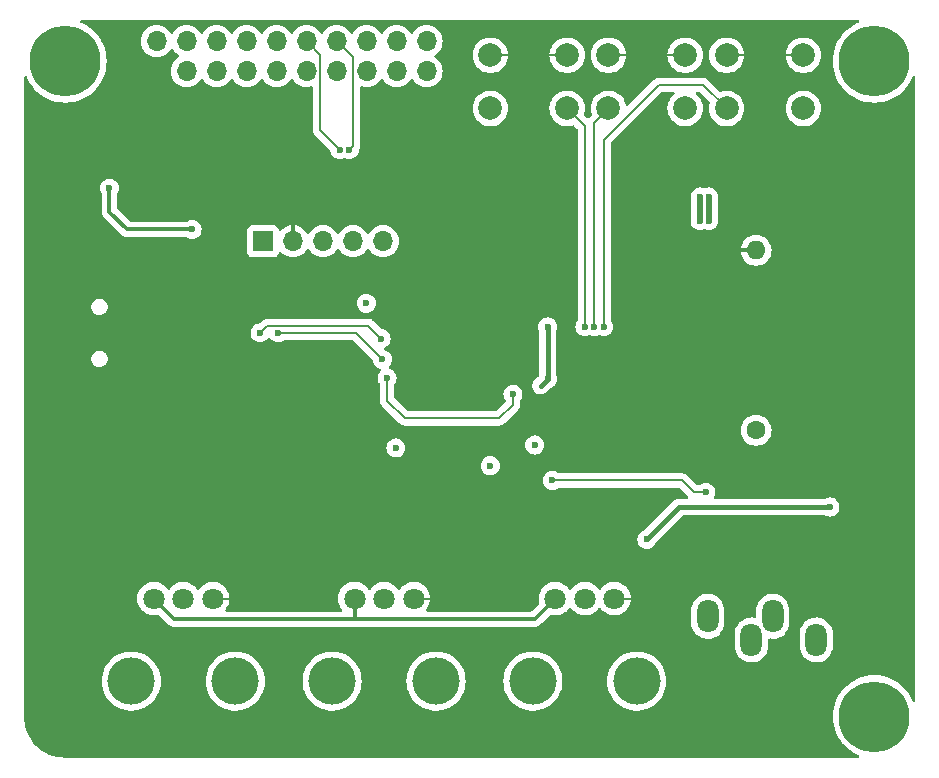
<source format=gbr>
%TF.GenerationSoftware,KiCad,Pcbnew,7.0.7*%
%TF.CreationDate,2023-09-03T16:08:26-07:00*%
%TF.ProjectId,headphone_dac,68656164-7068-46f6-9e65-5f6461632e6b,rev?*%
%TF.SameCoordinates,Original*%
%TF.FileFunction,Copper,L2,Bot*%
%TF.FilePolarity,Positive*%
%FSLAX46Y46*%
G04 Gerber Fmt 4.6, Leading zero omitted, Abs format (unit mm)*
G04 Created by KiCad (PCBNEW 7.0.7) date 2023-09-03 16:08:26*
%MOMM*%
%LPD*%
G01*
G04 APERTURE LIST*
%TA.AperFunction,ComponentPad*%
%ADD10C,0.500000*%
%TD*%
%TA.AperFunction,SMDPad,CuDef*%
%ADD11R,5.200000X5.200000*%
%TD*%
%TA.AperFunction,WasherPad*%
%ADD12C,4.000000*%
%TD*%
%TA.AperFunction,ComponentPad*%
%ADD13C,1.800000*%
%TD*%
%TA.AperFunction,ComponentPad*%
%ADD14O,1.800000X2.800000*%
%TD*%
%TA.AperFunction,ComponentPad*%
%ADD15C,1.600000*%
%TD*%
%TA.AperFunction,ComponentPad*%
%ADD16O,1.600000X1.600000*%
%TD*%
%TA.AperFunction,ComponentPad*%
%ADD17C,2.000000*%
%TD*%
%TA.AperFunction,SMDPad,CuDef*%
%ADD18R,1.600000X1.800000*%
%TD*%
%TA.AperFunction,ComponentPad*%
%ADD19C,6.000000*%
%TD*%
%TA.AperFunction,ComponentPad*%
%ADD20C,0.800000*%
%TD*%
%TA.AperFunction,ComponentPad*%
%ADD21R,1.700000X1.700000*%
%TD*%
%TA.AperFunction,ComponentPad*%
%ADD22O,1.700000X1.700000*%
%TD*%
%TA.AperFunction,ViaPad*%
%ADD23C,0.600000*%
%TD*%
%TA.AperFunction,Conductor*%
%ADD24C,0.200000*%
%TD*%
%TA.AperFunction,Conductor*%
%ADD25C,0.300000*%
%TD*%
%TA.AperFunction,Conductor*%
%ADD26C,0.500000*%
%TD*%
%TA.AperFunction,Conductor*%
%ADD27C,0.400000*%
%TD*%
G04 APERTURE END LIST*
D10*
%TO.P,U2,69*%
%TO.N,GND*%
X126850000Y-124175000D03*
X125675000Y-123000000D03*
X124500000Y-121825000D03*
X122150000Y-121825000D03*
X122150000Y-124175000D03*
X122150000Y-120650000D03*
X125675000Y-124175000D03*
X125675000Y-120650000D03*
X126850000Y-123000000D03*
X126850000Y-121825000D03*
X126850000Y-125350000D03*
X123325000Y-121825000D03*
X123325000Y-125350000D03*
X124500000Y-125350000D03*
X122150000Y-123000000D03*
X125675000Y-121825000D03*
X126850000Y-120650000D03*
X122150000Y-125350000D03*
X123325000Y-124175000D03*
X124500000Y-120650000D03*
D11*
X124500000Y-123000000D03*
D10*
X125675000Y-125350000D03*
X124500000Y-123000000D03*
X123325000Y-123000000D03*
X123325000Y-120650000D03*
X124500000Y-124175000D03*
%TD*%
D12*
%TO.P,RV3,*%
%TO.N,*%
X140400000Y-148500000D03*
X131600000Y-148500000D03*
D13*
%TO.P,RV3,1*%
%TO.N,/as*%
X133500000Y-141500000D03*
%TO.P,RV3,2*%
%TO.N,/a2*%
X136000000Y-141500000D03*
%TO.P,RV3,3*%
%TO.N,GND*%
X138500000Y-141500000D03*
%TD*%
D14*
%TO.P,J6,R*%
%TO.N,Net-(J6-PadR)*%
X150100000Y-145000000D03*
%TO.P,J6,RN*%
%TO.N,N/C*%
X151900000Y-143000000D03*
%TO.P,J6,S*%
%TO.N,GND*%
X158000000Y-143000000D03*
%TO.P,J6,T*%
%TO.N,Net-(J6-PadT)*%
X155600000Y-145000000D03*
%TO.P,J6,TN*%
%TO.N,N/C*%
X146400000Y-143000000D03*
%TD*%
D15*
%TO.P,R10,1*%
%TO.N,Net-(R10-Pad1)*%
X150500000Y-127250000D03*
D16*
%TO.P,R10,2*%
%TO.N,GND*%
X150500000Y-112010000D03*
%TD*%
D12*
%TO.P,RV1,*%
%TO.N,*%
X106400000Y-148500000D03*
X97600000Y-148500000D03*
D13*
%TO.P,RV1,1*%
%TO.N,/as*%
X99500000Y-141500000D03*
%TO.P,RV1,2*%
%TO.N,/a0*%
X102000000Y-141500000D03*
%TO.P,RV1,3*%
%TO.N,GND*%
X104500000Y-141500000D03*
%TD*%
D12*
%TO.P,RV2,*%
%TO.N,*%
X123400000Y-148500000D03*
X114600000Y-148500000D03*
D13*
%TO.P,RV2,1*%
%TO.N,/as*%
X116500000Y-141500000D03*
%TO.P,RV2,2*%
%TO.N,/a1*%
X119000000Y-141500000D03*
%TO.P,RV2,3*%
%TO.N,GND*%
X121500000Y-141500000D03*
%TD*%
D17*
%TO.P,SW1,1*%
%TO.N,/sw1*%
X134500000Y-100000000D03*
%TO.N,N/C*%
X128000000Y-100000000D03*
%TO.P,SW1,2*%
%TO.N,GND*%
X134500000Y-95500000D03*
X128000000Y-95500000D03*
%TD*%
%TO.P,SW2,1*%
%TO.N,GND*%
X138000000Y-95500000D03*
X144500000Y-95500000D03*
%TO.P,SW2,2*%
%TO.N,/sw2*%
X138000000Y-100000000D03*
%TO.N,N/C*%
X144500000Y-100000000D03*
%TD*%
D10*
%TO.P,U1,11*%
%TO.N,GND*%
X99550000Y-108650000D03*
X99550000Y-107350000D03*
D18*
X99000000Y-108000000D03*
D10*
X98450000Y-108650000D03*
X98450000Y-107350000D03*
%TD*%
D17*
%TO.P,SW3,1*%
%TO.N,N/C*%
X154500000Y-100000000D03*
%TO.N,/sw3*%
X148000000Y-100000000D03*
%TO.P,SW3,2*%
%TO.N,GND*%
X154500000Y-95500000D03*
X148000000Y-95500000D03*
%TD*%
D19*
%TO.P,H2,1*%
%TO.N,Net-(H2-Pad1)*%
X92000000Y-96000000D03*
%TD*%
%TO.P,H3,1*%
%TO.N,Net-(H3-Pad1)*%
X160500000Y-96000000D03*
%TD*%
%TO.P,H4,1*%
%TO.N,Net-(H4-Pad1)*%
X160500000Y-151500000D03*
%TD*%
D20*
%TO.P,H1,1*%
%TO.N,GND*%
X89750000Y-151500000D03*
X90409010Y-149909010D03*
X90409010Y-153090990D03*
X92000000Y-149250000D03*
D19*
X92000000Y-151500000D03*
D20*
X92000000Y-153750000D03*
X93590990Y-149909010D03*
X93590990Y-153090990D03*
X94250000Y-151500000D03*
%TD*%
D21*
%TO.P,J2,1*%
%TO.N,GND*%
X99750000Y-96850000D03*
D22*
%TO.P,J2,2*%
%TO.N,+3V3*%
X99750000Y-94310000D03*
%TO.P,J2,3*%
%TO.N,/bt_gp6*%
X102290000Y-96850000D03*
%TO.P,J2,4*%
%TO.N,Net-(J2-Pad4)*%
X102290000Y-94310000D03*
%TO.P,J2,5*%
%TO.N,/bt_gp7*%
X104830000Y-96850000D03*
%TO.P,J2,6*%
%TO.N,Net-(J2-Pad6)*%
X104830000Y-94310000D03*
%TO.P,J2,7*%
%TO.N,/bt_rst*%
X107370000Y-96850000D03*
%TO.P,J2,8*%
%TO.N,/bt_gp2*%
X107370000Y-94310000D03*
%TO.P,J2,9*%
%TO.N,Net-(J2-Pad9)*%
X109910000Y-96850000D03*
%TO.P,J2,10*%
%TO.N,/bt_gp3*%
X109910000Y-94310000D03*
%TO.P,J2,11*%
%TO.N,/bt_rts*%
X112450000Y-96850000D03*
%TO.P,J2,12*%
%TO.N,/bt_rx*%
X112450000Y-94310000D03*
%TO.P,J2,13*%
%TO.N,/bt_cts*%
X114990000Y-96850000D03*
%TO.P,J2,14*%
%TO.N,/bt_tx*%
X114990000Y-94310000D03*
%TO.P,J2,15*%
%TO.N,/bt_gp4*%
X117530000Y-96850000D03*
%TO.P,J2,16*%
%TO.N,/bt_gp5*%
X117530000Y-94310000D03*
%TO.P,J2,17*%
%TO.N,Net-(J2-Pad17)*%
X120070000Y-96850000D03*
%TO.P,J2,18*%
%TO.N,Net-(J2-Pad18)*%
X120070000Y-94310000D03*
%TO.P,J2,19*%
%TO.N,Net-(J2-Pad19)*%
X122610000Y-96850000D03*
%TO.P,J2,20*%
%TO.N,Net-(J2-Pad20)*%
X122610000Y-94310000D03*
%TD*%
D21*
%TO.P,J3,1*%
%TO.N,+3V3*%
X108750000Y-111250000D03*
D22*
%TO.P,J3,2*%
%TO.N,GND*%
X111290000Y-111250000D03*
%TO.P,J3,3*%
%TO.N,/xres*%
X113830000Y-111250000D03*
%TO.P,J3,4*%
%TO.N,/swdck*%
X116370000Y-111250000D03*
%TO.P,J3,5*%
%TO.N,/swdio*%
X118910000Y-111250000D03*
%TD*%
D23*
%TO.N,GND*%
X133500000Y-137750000D03*
X135000000Y-114250000D03*
X103000000Y-139000000D03*
X142000000Y-120750000D03*
X138750000Y-115250000D03*
X92250000Y-109250000D03*
X140750000Y-115000000D03*
X148750000Y-132250000D03*
X101000000Y-102500000D03*
X92250000Y-104000000D03*
X134000000Y-126000000D03*
X114750000Y-120000000D03*
X139500000Y-109500000D03*
X145500000Y-136000000D03*
X125250000Y-132500000D03*
X115250000Y-117250000D03*
X158750000Y-120750000D03*
X120750000Y-131000000D03*
X151000000Y-132750000D03*
X134000000Y-124250000D03*
X142250000Y-107000000D03*
X123500000Y-132500000D03*
X100250000Y-114250000D03*
X105000000Y-124500000D03*
X116250000Y-127000000D03*
X127000000Y-132500000D03*
X105000000Y-113500000D03*
X159000000Y-124750000D03*
X116750000Y-123000000D03*
X104000000Y-106250000D03*
X119500000Y-115000000D03*
X99000000Y-128500000D03*
X99250000Y-120750000D03*
X142000000Y-125000000D03*
X94250000Y-104500000D03*
X144250000Y-106750000D03*
X133250000Y-116750000D03*
X117000000Y-137000000D03*
X134000000Y-127750000D03*
X155750000Y-136000000D03*
%TO.N,/vccd*%
X119250000Y-122800000D03*
X129912500Y-124200000D03*
%TO.N,+3V3*%
X156750000Y-133750000D03*
X141250000Y-136500000D03*
X117500000Y-116500000D03*
X128000000Y-130250000D03*
X146500000Y-107500000D03*
X145750000Y-107500000D03*
X120000000Y-128750000D03*
X131750000Y-128500000D03*
X132850010Y-118500000D03*
X145750000Y-109500000D03*
X146500000Y-109500000D03*
X132850010Y-122899990D03*
%TO.N,/usb_d+*%
X118750000Y-119500000D03*
X108500000Y-119000000D03*
%TO.N,/usb_d-*%
X118850000Y-121250000D03*
X110050013Y-119000000D03*
%TO.N,+5V*%
X95750000Y-106750000D03*
X102750000Y-110250000D03*
%TO.N,/bt_tx*%
X116050003Y-103500000D03*
%TO.N,/bt_rx*%
X115250000Y-103500000D03*
%TO.N,/~{mute}*%
X133250000Y-131500000D03*
X146250000Y-132500000D03*
%TO.N,/sw1*%
X136000000Y-118500000D03*
%TO.N,/sw2*%
X136800003Y-118500000D03*
%TO.N,/sw3*%
X137600006Y-118500000D03*
%TD*%
D24*
%TO.N,GND*%
X138500000Y-141500000D02*
X140500000Y-141500000D01*
X128000000Y-95500000D02*
X131500000Y-95500000D01*
X131500000Y-95500000D02*
X134500000Y-95500000D01*
X104500000Y-141500000D02*
X106250000Y-141500000D01*
D25*
X150500000Y-112010000D02*
X147297998Y-112010000D01*
X111290000Y-111250000D02*
X111290000Y-109540000D01*
D24*
X141250000Y-95500000D02*
X138000000Y-95500000D01*
X151250000Y-95500000D02*
X154500000Y-95500000D01*
X121500000Y-141500000D02*
X123250000Y-141500000D01*
X144500000Y-95500000D02*
X141250000Y-95500000D01*
X148000000Y-95500000D02*
X151250000Y-95500000D01*
%TO.N,/vccd*%
X119250000Y-122800000D02*
X119250000Y-124750000D01*
X120750000Y-126250000D02*
X128750000Y-126250000D01*
X119250000Y-124750000D02*
X120750000Y-126250000D01*
X128750000Y-126250000D02*
X129912500Y-125087500D01*
X129912500Y-125087500D02*
X129912500Y-124200000D01*
D26*
%TO.N,+3V3*%
X145750000Y-109500000D02*
X145750000Y-107500000D01*
X146500000Y-109500000D02*
X146500000Y-107500000D01*
D27*
X132850010Y-122899990D02*
X132850010Y-118500000D01*
X144000000Y-133750000D02*
X141250000Y-136500000D01*
X132250000Y-123500000D02*
X132850010Y-122899990D01*
X156750000Y-133750000D02*
X144000000Y-133750000D01*
D24*
%TO.N,/usb_d+*%
X117649999Y-118399999D02*
X109100001Y-118399999D01*
X118750000Y-119500000D02*
X117649999Y-118399999D01*
X109100001Y-118399999D02*
X108500000Y-119000000D01*
%TO.N,/usb_d-*%
X118850000Y-121250000D02*
X116600000Y-119000000D01*
X116600000Y-119000000D02*
X110050013Y-119000000D01*
D25*
%TO.N,+5V*%
X97250000Y-110250000D02*
X102750000Y-110250000D01*
X95750000Y-108750000D02*
X97250000Y-110250000D01*
X95750000Y-106750000D02*
X95750000Y-108750000D01*
D24*
%TO.N,/bt_tx*%
X116350002Y-103200001D02*
X116350002Y-95670002D01*
X116350002Y-95670002D02*
X114990000Y-94310000D01*
X116050003Y-103500000D02*
X116350002Y-103200001D01*
%TO.N,/bt_rx*%
X113600001Y-101850001D02*
X113600001Y-95460001D01*
X113600001Y-95460001D02*
X112450000Y-94310000D01*
X115250000Y-103500000D02*
X113600001Y-101850001D01*
%TO.N,/~{mute}*%
X145250000Y-132500000D02*
X146250000Y-132500000D01*
X144250000Y-131500000D02*
X145250000Y-132500000D01*
X133250000Y-131500000D02*
X144250000Y-131500000D01*
%TO.N,/sw1*%
X136000000Y-118500000D02*
X136000000Y-101500000D01*
X136000000Y-101500000D02*
X134500000Y-100000000D01*
%TO.N,/sw2*%
X136800003Y-101199997D02*
X138000000Y-100000000D01*
X136800003Y-118500000D02*
X136800003Y-101199997D01*
%TO.N,/sw3*%
X146000000Y-98000000D02*
X148000000Y-100000000D01*
X137600006Y-102649994D02*
X142250000Y-98000000D01*
X142250000Y-98000000D02*
X146000000Y-98000000D01*
X137600006Y-118500000D02*
X137600006Y-102649994D01*
D25*
%TO.N,/as*%
X101250000Y-143250000D02*
X99500000Y-141500000D01*
X133500000Y-141500000D02*
X131750000Y-143250000D01*
X116500000Y-141500000D02*
X116500000Y-143250000D01*
X116500000Y-143250000D02*
X101250000Y-143250000D01*
X131750000Y-143250000D02*
X116500000Y-143250000D01*
%TD*%
%TA.AperFunction,Conductor*%
%TO.N,GND*%
G36*
X159181482Y-92545185D02*
G01*
X159227237Y-92597989D01*
X159237181Y-92667147D01*
X159208156Y-92730703D01*
X159158881Y-92765263D01*
X159130781Y-92776050D01*
X159074260Y-92797746D01*
X158747343Y-92964320D01*
X158439635Y-93164147D01*
X158154498Y-93395047D01*
X158154490Y-93395054D01*
X157895054Y-93654490D01*
X157895047Y-93654498D01*
X157664147Y-93939635D01*
X157464320Y-94247343D01*
X157297746Y-94574260D01*
X157166260Y-94916793D01*
X157071294Y-95271209D01*
X157071294Y-95271211D01*
X157013898Y-95633594D01*
X156994696Y-95999999D01*
X156994696Y-96000000D01*
X157013898Y-96366405D01*
X157071294Y-96728788D01*
X157071294Y-96728790D01*
X157166260Y-97083206D01*
X157297746Y-97425739D01*
X157464320Y-97752656D01*
X157664147Y-98060364D01*
X157750179Y-98166604D01*
X157895051Y-98345506D01*
X158154494Y-98604949D01*
X158154498Y-98604952D01*
X158439635Y-98835852D01*
X158747343Y-99035679D01*
X158747348Y-99035682D01*
X159074264Y-99202255D01*
X159416801Y-99333742D01*
X159771206Y-99428705D01*
X160133596Y-99486102D01*
X160479734Y-99504241D01*
X160499999Y-99505304D01*
X160500000Y-99505304D01*
X160500001Y-99505304D01*
X160519203Y-99504297D01*
X160866404Y-99486102D01*
X161228794Y-99428705D01*
X161583199Y-99333742D01*
X161925736Y-99202255D01*
X162252652Y-99035682D01*
X162560366Y-98835851D01*
X162845506Y-98604949D01*
X163104949Y-98345506D01*
X163335851Y-98060366D01*
X163535682Y-97752652D01*
X163702255Y-97425736D01*
X163734736Y-97341118D01*
X163777138Y-97285586D01*
X163842831Y-97261793D01*
X163910960Y-97277294D01*
X163959893Y-97327168D01*
X163974500Y-97385556D01*
X163974500Y-150114443D01*
X163954815Y-150181482D01*
X163902011Y-150227237D01*
X163832853Y-150237181D01*
X163769297Y-150208156D01*
X163734736Y-150158881D01*
X163702253Y-150074260D01*
X163535679Y-149747343D01*
X163335852Y-149439635D01*
X163104952Y-149154498D01*
X163104949Y-149154494D01*
X162845506Y-148895051D01*
X162560366Y-148664149D01*
X162560364Y-148664147D01*
X162252656Y-148464320D01*
X161925739Y-148297746D01*
X161583206Y-148166260D01*
X161583199Y-148166258D01*
X161228794Y-148071295D01*
X161228790Y-148071294D01*
X161228789Y-148071294D01*
X160866405Y-148013898D01*
X160500001Y-147994696D01*
X160499999Y-147994696D01*
X160133594Y-148013898D01*
X159771211Y-148071294D01*
X159771209Y-148071294D01*
X159416793Y-148166260D01*
X159074260Y-148297746D01*
X158747343Y-148464320D01*
X158439635Y-148664147D01*
X158154498Y-148895047D01*
X158154490Y-148895054D01*
X157895054Y-149154490D01*
X157895047Y-149154498D01*
X157664147Y-149439635D01*
X157464320Y-149747343D01*
X157297746Y-150074260D01*
X157166260Y-150416793D01*
X157071294Y-150771209D01*
X157071294Y-150771211D01*
X157013898Y-151133594D01*
X156994696Y-151499999D01*
X156994696Y-151500000D01*
X157013898Y-151866405D01*
X157071294Y-152228788D01*
X157071294Y-152228790D01*
X157166260Y-152583206D01*
X157297746Y-152925739D01*
X157464320Y-153252656D01*
X157664147Y-153560364D01*
X157780623Y-153704199D01*
X157895051Y-153845506D01*
X158154494Y-154104949D01*
X158256604Y-154187636D01*
X158439635Y-154335852D01*
X158734855Y-154527569D01*
X158747348Y-154535682D01*
X159074264Y-154702255D01*
X159158881Y-154734736D01*
X159214413Y-154777138D01*
X159238206Y-154842832D01*
X159222704Y-154910960D01*
X159172831Y-154959893D01*
X159114443Y-154974500D01*
X92001530Y-154974500D01*
X91998487Y-154974425D01*
X91662480Y-154957917D01*
X91656421Y-154957321D01*
X91325171Y-154908184D01*
X91319203Y-154906997D01*
X91274672Y-154895843D01*
X90994357Y-154825627D01*
X90988531Y-154823860D01*
X90739445Y-154734736D01*
X90673239Y-154711047D01*
X90667619Y-154708719D01*
X90364881Y-154565535D01*
X90359517Y-154562668D01*
X90072289Y-154390510D01*
X90067227Y-154387128D01*
X89798244Y-154187636D01*
X89793538Y-154183774D01*
X89545399Y-153958875D01*
X89541124Y-153954600D01*
X89316223Y-153706459D01*
X89312363Y-153701755D01*
X89112871Y-153432772D01*
X89109489Y-153427710D01*
X88937327Y-153140475D01*
X88934464Y-153135118D01*
X88791280Y-152832380D01*
X88788956Y-152826770D01*
X88676137Y-152511461D01*
X88674372Y-152505642D01*
X88637304Y-152357660D01*
X88592998Y-152180780D01*
X88591815Y-152174828D01*
X88568540Y-152017922D01*
X88542677Y-151843569D01*
X88542082Y-151837519D01*
X88525575Y-151501511D01*
X88525500Y-151498469D01*
X88525500Y-148500005D01*
X95094556Y-148500005D01*
X95114310Y-148814004D01*
X95114311Y-148814011D01*
X95173270Y-149123083D01*
X95270497Y-149422316D01*
X95270499Y-149422321D01*
X95404461Y-149707003D01*
X95404464Y-149707009D01*
X95573051Y-149972661D01*
X95573054Y-149972665D01*
X95773606Y-150215090D01*
X95773608Y-150215092D01*
X96002968Y-150430476D01*
X96002978Y-150430484D01*
X96257504Y-150615408D01*
X96257509Y-150615410D01*
X96257516Y-150615416D01*
X96533234Y-150766994D01*
X96533239Y-150766996D01*
X96533241Y-150766997D01*
X96533242Y-150766998D01*
X96825771Y-150882818D01*
X96825774Y-150882819D01*
X97130523Y-150961065D01*
X97130527Y-150961066D01*
X97196010Y-150969338D01*
X97442670Y-151000499D01*
X97442679Y-151000499D01*
X97442682Y-151000500D01*
X97442684Y-151000500D01*
X97757316Y-151000500D01*
X97757318Y-151000500D01*
X97757321Y-151000499D01*
X97757329Y-151000499D01*
X97943593Y-150976968D01*
X98069473Y-150961066D01*
X98374225Y-150882819D01*
X98374228Y-150882818D01*
X98666757Y-150766998D01*
X98666758Y-150766997D01*
X98666756Y-150766997D01*
X98666766Y-150766994D01*
X98942484Y-150615416D01*
X99197030Y-150430478D01*
X99426390Y-150215094D01*
X99626947Y-149972663D01*
X99795537Y-149707007D01*
X99929503Y-149422315D01*
X100026731Y-149123079D01*
X100085688Y-148814015D01*
X100105444Y-148500005D01*
X103894556Y-148500005D01*
X103914310Y-148814004D01*
X103914311Y-148814011D01*
X103973270Y-149123083D01*
X104070497Y-149422316D01*
X104070499Y-149422321D01*
X104204461Y-149707003D01*
X104204464Y-149707009D01*
X104373051Y-149972661D01*
X104373054Y-149972665D01*
X104573606Y-150215090D01*
X104573608Y-150215092D01*
X104802968Y-150430476D01*
X104802978Y-150430484D01*
X105057504Y-150615408D01*
X105057509Y-150615410D01*
X105057516Y-150615416D01*
X105333234Y-150766994D01*
X105333239Y-150766996D01*
X105333241Y-150766997D01*
X105333242Y-150766998D01*
X105625771Y-150882818D01*
X105625774Y-150882819D01*
X105930523Y-150961065D01*
X105930527Y-150961066D01*
X105996010Y-150969338D01*
X106242670Y-151000499D01*
X106242679Y-151000499D01*
X106242682Y-151000500D01*
X106242684Y-151000500D01*
X106557316Y-151000500D01*
X106557318Y-151000500D01*
X106557321Y-151000499D01*
X106557329Y-151000499D01*
X106743593Y-150976968D01*
X106869473Y-150961066D01*
X107174225Y-150882819D01*
X107174228Y-150882818D01*
X107466757Y-150766998D01*
X107466758Y-150766997D01*
X107466756Y-150766997D01*
X107466766Y-150766994D01*
X107742484Y-150615416D01*
X107997030Y-150430478D01*
X108226390Y-150215094D01*
X108426947Y-149972663D01*
X108595537Y-149707007D01*
X108729503Y-149422315D01*
X108826731Y-149123079D01*
X108885688Y-148814015D01*
X108905444Y-148500005D01*
X112094556Y-148500005D01*
X112114310Y-148814004D01*
X112114311Y-148814011D01*
X112173270Y-149123083D01*
X112270497Y-149422316D01*
X112270499Y-149422321D01*
X112404461Y-149707003D01*
X112404464Y-149707009D01*
X112573051Y-149972661D01*
X112573054Y-149972665D01*
X112773606Y-150215090D01*
X112773608Y-150215092D01*
X113002968Y-150430476D01*
X113002978Y-150430484D01*
X113257504Y-150615408D01*
X113257509Y-150615410D01*
X113257516Y-150615416D01*
X113533234Y-150766994D01*
X113533239Y-150766996D01*
X113533241Y-150766997D01*
X113533242Y-150766998D01*
X113825771Y-150882818D01*
X113825774Y-150882819D01*
X114130523Y-150961065D01*
X114130527Y-150961066D01*
X114196010Y-150969338D01*
X114442670Y-151000499D01*
X114442679Y-151000499D01*
X114442682Y-151000500D01*
X114442684Y-151000500D01*
X114757316Y-151000500D01*
X114757318Y-151000500D01*
X114757321Y-151000499D01*
X114757329Y-151000499D01*
X114943593Y-150976968D01*
X115069473Y-150961066D01*
X115374225Y-150882819D01*
X115374228Y-150882818D01*
X115666757Y-150766998D01*
X115666758Y-150766997D01*
X115666756Y-150766997D01*
X115666766Y-150766994D01*
X115942484Y-150615416D01*
X116197030Y-150430478D01*
X116426390Y-150215094D01*
X116626947Y-149972663D01*
X116795537Y-149707007D01*
X116929503Y-149422315D01*
X117026731Y-149123079D01*
X117085688Y-148814015D01*
X117105444Y-148500005D01*
X120894556Y-148500005D01*
X120914310Y-148814004D01*
X120914311Y-148814011D01*
X120973270Y-149123083D01*
X121070497Y-149422316D01*
X121070499Y-149422321D01*
X121204461Y-149707003D01*
X121204464Y-149707009D01*
X121373051Y-149972661D01*
X121373054Y-149972665D01*
X121573606Y-150215090D01*
X121573608Y-150215092D01*
X121802968Y-150430476D01*
X121802978Y-150430484D01*
X122057504Y-150615408D01*
X122057509Y-150615410D01*
X122057516Y-150615416D01*
X122333234Y-150766994D01*
X122333239Y-150766996D01*
X122333241Y-150766997D01*
X122333242Y-150766998D01*
X122625771Y-150882818D01*
X122625774Y-150882819D01*
X122930523Y-150961065D01*
X122930527Y-150961066D01*
X122996010Y-150969338D01*
X123242670Y-151000499D01*
X123242679Y-151000499D01*
X123242682Y-151000500D01*
X123242684Y-151000500D01*
X123557316Y-151000500D01*
X123557318Y-151000500D01*
X123557321Y-151000499D01*
X123557329Y-151000499D01*
X123743593Y-150976968D01*
X123869473Y-150961066D01*
X124174225Y-150882819D01*
X124174228Y-150882818D01*
X124466757Y-150766998D01*
X124466758Y-150766997D01*
X124466756Y-150766997D01*
X124466766Y-150766994D01*
X124742484Y-150615416D01*
X124997030Y-150430478D01*
X125226390Y-150215094D01*
X125426947Y-149972663D01*
X125595537Y-149707007D01*
X125729503Y-149422315D01*
X125826731Y-149123079D01*
X125885688Y-148814015D01*
X125905444Y-148500005D01*
X129094556Y-148500005D01*
X129114310Y-148814004D01*
X129114311Y-148814011D01*
X129173270Y-149123083D01*
X129270497Y-149422316D01*
X129270499Y-149422321D01*
X129404461Y-149707003D01*
X129404464Y-149707009D01*
X129573051Y-149972661D01*
X129573054Y-149972665D01*
X129773606Y-150215090D01*
X129773608Y-150215092D01*
X130002968Y-150430476D01*
X130002978Y-150430484D01*
X130257504Y-150615408D01*
X130257509Y-150615410D01*
X130257516Y-150615416D01*
X130533234Y-150766994D01*
X130533239Y-150766996D01*
X130533241Y-150766997D01*
X130533242Y-150766998D01*
X130825771Y-150882818D01*
X130825774Y-150882819D01*
X131130523Y-150961065D01*
X131130527Y-150961066D01*
X131196010Y-150969338D01*
X131442670Y-151000499D01*
X131442679Y-151000499D01*
X131442682Y-151000500D01*
X131442684Y-151000500D01*
X131757316Y-151000500D01*
X131757318Y-151000500D01*
X131757321Y-151000499D01*
X131757329Y-151000499D01*
X131943593Y-150976968D01*
X132069473Y-150961066D01*
X132374225Y-150882819D01*
X132374228Y-150882818D01*
X132666757Y-150766998D01*
X132666758Y-150766997D01*
X132666756Y-150766997D01*
X132666766Y-150766994D01*
X132942484Y-150615416D01*
X133197030Y-150430478D01*
X133426390Y-150215094D01*
X133626947Y-149972663D01*
X133795537Y-149707007D01*
X133929503Y-149422315D01*
X134026731Y-149123079D01*
X134085688Y-148814015D01*
X134105444Y-148500005D01*
X137894556Y-148500005D01*
X137914310Y-148814004D01*
X137914311Y-148814011D01*
X137973270Y-149123083D01*
X138070497Y-149422316D01*
X138070499Y-149422321D01*
X138204461Y-149707003D01*
X138204464Y-149707009D01*
X138373051Y-149972661D01*
X138373054Y-149972665D01*
X138573606Y-150215090D01*
X138573608Y-150215092D01*
X138802968Y-150430476D01*
X138802978Y-150430484D01*
X139057504Y-150615408D01*
X139057509Y-150615410D01*
X139057516Y-150615416D01*
X139333234Y-150766994D01*
X139333239Y-150766996D01*
X139333241Y-150766997D01*
X139333242Y-150766998D01*
X139625771Y-150882818D01*
X139625774Y-150882819D01*
X139930523Y-150961065D01*
X139930527Y-150961066D01*
X139996010Y-150969338D01*
X140242670Y-151000499D01*
X140242679Y-151000499D01*
X140242682Y-151000500D01*
X140242684Y-151000500D01*
X140557316Y-151000500D01*
X140557318Y-151000500D01*
X140557321Y-151000499D01*
X140557329Y-151000499D01*
X140743593Y-150976968D01*
X140869473Y-150961066D01*
X141174225Y-150882819D01*
X141174228Y-150882818D01*
X141466757Y-150766998D01*
X141466758Y-150766997D01*
X141466756Y-150766997D01*
X141466766Y-150766994D01*
X141742484Y-150615416D01*
X141997030Y-150430478D01*
X142226390Y-150215094D01*
X142426947Y-149972663D01*
X142595537Y-149707007D01*
X142729503Y-149422315D01*
X142826731Y-149123079D01*
X142885688Y-148814015D01*
X142905444Y-148500000D01*
X142903199Y-148464320D01*
X142885689Y-148185995D01*
X142885688Y-148185988D01*
X142885688Y-148185985D01*
X142826731Y-147876921D01*
X142729503Y-147577685D01*
X142595537Y-147292993D01*
X142426947Y-147027337D01*
X142325160Y-146904298D01*
X142226393Y-146784909D01*
X142226391Y-146784907D01*
X141997031Y-146569523D01*
X141997021Y-146569515D01*
X141742495Y-146384591D01*
X141742488Y-146384586D01*
X141742484Y-146384584D01*
X141466766Y-146233006D01*
X141466763Y-146233004D01*
X141466758Y-146233002D01*
X141466757Y-146233001D01*
X141174228Y-146117181D01*
X141174225Y-146117180D01*
X140869476Y-146038934D01*
X140869463Y-146038932D01*
X140557329Y-145999500D01*
X140557318Y-145999500D01*
X140242682Y-145999500D01*
X140242670Y-145999500D01*
X139930536Y-146038932D01*
X139930523Y-146038934D01*
X139625774Y-146117180D01*
X139625771Y-146117181D01*
X139333242Y-146233001D01*
X139333241Y-146233002D01*
X139057516Y-146384584D01*
X139057504Y-146384591D01*
X138802978Y-146569515D01*
X138802968Y-146569523D01*
X138573608Y-146784907D01*
X138573606Y-146784909D01*
X138373054Y-147027334D01*
X138373051Y-147027338D01*
X138204464Y-147292990D01*
X138204461Y-147292996D01*
X138070499Y-147577678D01*
X138070497Y-147577683D01*
X137973270Y-147876916D01*
X137914311Y-148185988D01*
X137914310Y-148185995D01*
X137894556Y-148499994D01*
X137894556Y-148500005D01*
X134105444Y-148500005D01*
X134105444Y-148500000D01*
X134103199Y-148464320D01*
X134085689Y-148185995D01*
X134085688Y-148185988D01*
X134085688Y-148185985D01*
X134026731Y-147876921D01*
X133929503Y-147577685D01*
X133795537Y-147292993D01*
X133626947Y-147027337D01*
X133525160Y-146904298D01*
X133426393Y-146784909D01*
X133426391Y-146784907D01*
X133197031Y-146569523D01*
X133197021Y-146569515D01*
X132942495Y-146384591D01*
X132942488Y-146384586D01*
X132942484Y-146384584D01*
X132666766Y-146233006D01*
X132666763Y-146233004D01*
X132666758Y-146233002D01*
X132666757Y-146233001D01*
X132374228Y-146117181D01*
X132374225Y-146117180D01*
X132069476Y-146038934D01*
X132069463Y-146038932D01*
X131757329Y-145999500D01*
X131757318Y-145999500D01*
X131442682Y-145999500D01*
X131442670Y-145999500D01*
X131130536Y-146038932D01*
X131130523Y-146038934D01*
X130825774Y-146117180D01*
X130825771Y-146117181D01*
X130533242Y-146233001D01*
X130533241Y-146233002D01*
X130257516Y-146384584D01*
X130257504Y-146384591D01*
X130002978Y-146569515D01*
X130002968Y-146569523D01*
X129773608Y-146784907D01*
X129773606Y-146784909D01*
X129573054Y-147027334D01*
X129573051Y-147027338D01*
X129404464Y-147292990D01*
X129404461Y-147292996D01*
X129270499Y-147577678D01*
X129270497Y-147577683D01*
X129173270Y-147876916D01*
X129114311Y-148185988D01*
X129114310Y-148185995D01*
X129094556Y-148499994D01*
X129094556Y-148500005D01*
X125905444Y-148500005D01*
X125905444Y-148500000D01*
X125903199Y-148464320D01*
X125885689Y-148185995D01*
X125885688Y-148185988D01*
X125885688Y-148185985D01*
X125826731Y-147876921D01*
X125729503Y-147577685D01*
X125595537Y-147292993D01*
X125426947Y-147027337D01*
X125325160Y-146904298D01*
X125226393Y-146784909D01*
X125226391Y-146784907D01*
X124997031Y-146569523D01*
X124997021Y-146569515D01*
X124742495Y-146384591D01*
X124742488Y-146384586D01*
X124742484Y-146384584D01*
X124466766Y-146233006D01*
X124466763Y-146233004D01*
X124466758Y-146233002D01*
X124466757Y-146233001D01*
X124174228Y-146117181D01*
X124174225Y-146117180D01*
X123869476Y-146038934D01*
X123869463Y-146038932D01*
X123557329Y-145999500D01*
X123557318Y-145999500D01*
X123242682Y-145999500D01*
X123242670Y-145999500D01*
X122930536Y-146038932D01*
X122930523Y-146038934D01*
X122625774Y-146117180D01*
X122625771Y-146117181D01*
X122333242Y-146233001D01*
X122333241Y-146233002D01*
X122057516Y-146384584D01*
X122057504Y-146384591D01*
X121802978Y-146569515D01*
X121802968Y-146569523D01*
X121573608Y-146784907D01*
X121573606Y-146784909D01*
X121373054Y-147027334D01*
X121373051Y-147027338D01*
X121204464Y-147292990D01*
X121204461Y-147292996D01*
X121070499Y-147577678D01*
X121070497Y-147577683D01*
X120973270Y-147876916D01*
X120914311Y-148185988D01*
X120914310Y-148185995D01*
X120894556Y-148499994D01*
X120894556Y-148500005D01*
X117105444Y-148500005D01*
X117105444Y-148500000D01*
X117103199Y-148464320D01*
X117085689Y-148185995D01*
X117085688Y-148185988D01*
X117085688Y-148185985D01*
X117026731Y-147876921D01*
X116929503Y-147577685D01*
X116795537Y-147292993D01*
X116626947Y-147027337D01*
X116525160Y-146904298D01*
X116426393Y-146784909D01*
X116426391Y-146784907D01*
X116197031Y-146569523D01*
X116197021Y-146569515D01*
X115942495Y-146384591D01*
X115942488Y-146384586D01*
X115942484Y-146384584D01*
X115666766Y-146233006D01*
X115666763Y-146233004D01*
X115666758Y-146233002D01*
X115666757Y-146233001D01*
X115374228Y-146117181D01*
X115374225Y-146117180D01*
X115069476Y-146038934D01*
X115069463Y-146038932D01*
X114757329Y-145999500D01*
X114757318Y-145999500D01*
X114442682Y-145999500D01*
X114442670Y-145999500D01*
X114130536Y-146038932D01*
X114130523Y-146038934D01*
X113825774Y-146117180D01*
X113825771Y-146117181D01*
X113533242Y-146233001D01*
X113533241Y-146233002D01*
X113257516Y-146384584D01*
X113257504Y-146384591D01*
X113002978Y-146569515D01*
X113002968Y-146569523D01*
X112773608Y-146784907D01*
X112773606Y-146784909D01*
X112573054Y-147027334D01*
X112573051Y-147027338D01*
X112404464Y-147292990D01*
X112404461Y-147292996D01*
X112270499Y-147577678D01*
X112270497Y-147577683D01*
X112173270Y-147876916D01*
X112114311Y-148185988D01*
X112114310Y-148185995D01*
X112094556Y-148499994D01*
X112094556Y-148500005D01*
X108905444Y-148500005D01*
X108905444Y-148500000D01*
X108903199Y-148464320D01*
X108885689Y-148185995D01*
X108885688Y-148185988D01*
X108885688Y-148185985D01*
X108826731Y-147876921D01*
X108729503Y-147577685D01*
X108595537Y-147292993D01*
X108426947Y-147027337D01*
X108325160Y-146904298D01*
X108226393Y-146784909D01*
X108226391Y-146784907D01*
X107997031Y-146569523D01*
X107997021Y-146569515D01*
X107742495Y-146384591D01*
X107742488Y-146384586D01*
X107742484Y-146384584D01*
X107466766Y-146233006D01*
X107466763Y-146233004D01*
X107466758Y-146233002D01*
X107466757Y-146233001D01*
X107174228Y-146117181D01*
X107174225Y-146117180D01*
X106869476Y-146038934D01*
X106869463Y-146038932D01*
X106557329Y-145999500D01*
X106557318Y-145999500D01*
X106242682Y-145999500D01*
X106242670Y-145999500D01*
X105930536Y-146038932D01*
X105930523Y-146038934D01*
X105625774Y-146117180D01*
X105625771Y-146117181D01*
X105333242Y-146233001D01*
X105333241Y-146233002D01*
X105057516Y-146384584D01*
X105057504Y-146384591D01*
X104802978Y-146569515D01*
X104802968Y-146569523D01*
X104573608Y-146784907D01*
X104573606Y-146784909D01*
X104373054Y-147027334D01*
X104373051Y-147027338D01*
X104204464Y-147292990D01*
X104204461Y-147292996D01*
X104070499Y-147577678D01*
X104070497Y-147577683D01*
X103973270Y-147876916D01*
X103914311Y-148185988D01*
X103914310Y-148185995D01*
X103894556Y-148499994D01*
X103894556Y-148500005D01*
X100105444Y-148500005D01*
X100105444Y-148500000D01*
X100103199Y-148464320D01*
X100085689Y-148185995D01*
X100085688Y-148185988D01*
X100085688Y-148185985D01*
X100026731Y-147876921D01*
X99929503Y-147577685D01*
X99795537Y-147292993D01*
X99626947Y-147027337D01*
X99525160Y-146904298D01*
X99426393Y-146784909D01*
X99426391Y-146784907D01*
X99197031Y-146569523D01*
X99197021Y-146569515D01*
X98942495Y-146384591D01*
X98942488Y-146384586D01*
X98942484Y-146384584D01*
X98666766Y-146233006D01*
X98666763Y-146233004D01*
X98666758Y-146233002D01*
X98666757Y-146233001D01*
X98374228Y-146117181D01*
X98374225Y-146117180D01*
X98069476Y-146038934D01*
X98069463Y-146038932D01*
X97757329Y-145999500D01*
X97757318Y-145999500D01*
X97442682Y-145999500D01*
X97442670Y-145999500D01*
X97130536Y-146038932D01*
X97130523Y-146038934D01*
X96825774Y-146117180D01*
X96825771Y-146117181D01*
X96533242Y-146233001D01*
X96533241Y-146233002D01*
X96257516Y-146384584D01*
X96257504Y-146384591D01*
X96002978Y-146569515D01*
X96002968Y-146569523D01*
X95773608Y-146784907D01*
X95773606Y-146784909D01*
X95573054Y-147027334D01*
X95573051Y-147027338D01*
X95404464Y-147292990D01*
X95404461Y-147292996D01*
X95270499Y-147577678D01*
X95270497Y-147577683D01*
X95173270Y-147876916D01*
X95114311Y-148185988D01*
X95114310Y-148185995D01*
X95094556Y-148499994D01*
X95094556Y-148500005D01*
X88525500Y-148500005D01*
X88525500Y-145559502D01*
X148699500Y-145559502D01*
X148714652Y-145737536D01*
X148774724Y-145968248D01*
X148872919Y-146185480D01*
X148872924Y-146185488D01*
X149006413Y-146382993D01*
X149006418Y-146382998D01*
X149006421Y-146383003D01*
X149171379Y-146555118D01*
X149363053Y-146696879D01*
X149575926Y-146804207D01*
X149803877Y-146874016D01*
X150040346Y-146904298D01*
X150278532Y-146894180D01*
X150511581Y-146843954D01*
X150732790Y-146755064D01*
X150935795Y-146630069D01*
X151114755Y-146472564D01*
X151264523Y-146287080D01*
X151380790Y-146078954D01*
X151460211Y-145854171D01*
X151480210Y-145737536D01*
X151500499Y-145619209D01*
X151500500Y-145619198D01*
X151500500Y-145559502D01*
X154199500Y-145559502D01*
X154214652Y-145737536D01*
X154274724Y-145968248D01*
X154372919Y-146185480D01*
X154372924Y-146185488D01*
X154506413Y-146382993D01*
X154506418Y-146382998D01*
X154506421Y-146383003D01*
X154671379Y-146555118D01*
X154863053Y-146696879D01*
X155075926Y-146804207D01*
X155303877Y-146874016D01*
X155540346Y-146904298D01*
X155778532Y-146894180D01*
X156011581Y-146843954D01*
X156232790Y-146755064D01*
X156435795Y-146630069D01*
X156614755Y-146472564D01*
X156764523Y-146287080D01*
X156880790Y-146078954D01*
X156960211Y-145854171D01*
X156980210Y-145737536D01*
X157000499Y-145619209D01*
X157000500Y-145619198D01*
X157000500Y-144440498D01*
X156985347Y-144262463D01*
X156925275Y-144031751D01*
X156827080Y-143814519D01*
X156827075Y-143814511D01*
X156693586Y-143617006D01*
X156693582Y-143617001D01*
X156693579Y-143616997D01*
X156528621Y-143444882D01*
X156336947Y-143303121D01*
X156124074Y-143195793D01*
X155994283Y-143156045D01*
X155896121Y-143125983D01*
X155659647Y-143095701D01*
X155421471Y-143105819D01*
X155421467Y-143105819D01*
X155188419Y-143156045D01*
X154967211Y-143244935D01*
X154764203Y-143369932D01*
X154585245Y-143527435D01*
X154559353Y-143559502D01*
X154435477Y-143712920D01*
X154435475Y-143712922D01*
X154435476Y-143712922D01*
X154319210Y-143921044D01*
X154239788Y-144145829D01*
X154199500Y-144380790D01*
X154199500Y-145559502D01*
X151500500Y-145559502D01*
X151500500Y-145001669D01*
X151520185Y-144934630D01*
X151572989Y-144888875D01*
X151640247Y-144878673D01*
X151840346Y-144904298D01*
X152078532Y-144894180D01*
X152311581Y-144843954D01*
X152532790Y-144755064D01*
X152735795Y-144630069D01*
X152914755Y-144472564D01*
X153064523Y-144287080D01*
X153180790Y-144078954D01*
X153260211Y-143854171D01*
X153279205Y-143743396D01*
X153300499Y-143619209D01*
X153300500Y-143619198D01*
X153300500Y-142440498D01*
X153285347Y-142262463D01*
X153225275Y-142031751D01*
X153127080Y-141814519D01*
X153127075Y-141814511D01*
X152993586Y-141617006D01*
X152993582Y-141617001D01*
X152993579Y-141616997D01*
X152828621Y-141444882D01*
X152636947Y-141303121D01*
X152424074Y-141195793D01*
X152294283Y-141156045D01*
X152196121Y-141125983D01*
X151959647Y-141095701D01*
X151721471Y-141105819D01*
X151721467Y-141105819D01*
X151488419Y-141156045D01*
X151267211Y-141244935D01*
X151064203Y-141369932D01*
X150885245Y-141527435D01*
X150812929Y-141616997D01*
X150735477Y-141712920D01*
X150735475Y-141712922D01*
X150735476Y-141712922D01*
X150619210Y-141921044D01*
X150539788Y-142145829D01*
X150499500Y-142380790D01*
X150499500Y-142998330D01*
X150479815Y-143065369D01*
X150427011Y-143111124D01*
X150359749Y-143121326D01*
X150159647Y-143095701D01*
X149921471Y-143105819D01*
X149921467Y-143105819D01*
X149688419Y-143156045D01*
X149467211Y-143244935D01*
X149264203Y-143369932D01*
X149085245Y-143527435D01*
X149059353Y-143559502D01*
X148935477Y-143712920D01*
X148935475Y-143712922D01*
X148935476Y-143712922D01*
X148819210Y-143921044D01*
X148739788Y-144145829D01*
X148699500Y-144380790D01*
X148699500Y-145559502D01*
X88525500Y-145559502D01*
X88525500Y-141500006D01*
X98094700Y-141500006D01*
X98113864Y-141731297D01*
X98113866Y-141731308D01*
X98170842Y-141956300D01*
X98264075Y-142168848D01*
X98391016Y-142363147D01*
X98391019Y-142363151D01*
X98391021Y-142363153D01*
X98548216Y-142533913D01*
X98548219Y-142533915D01*
X98548222Y-142533918D01*
X98731365Y-142676464D01*
X98731371Y-142676468D01*
X98731374Y-142676470D01*
X98898860Y-142767109D01*
X98934652Y-142786479D01*
X98935497Y-142786936D01*
X99049487Y-142826068D01*
X99155015Y-142862297D01*
X99155017Y-142862297D01*
X99155019Y-142862298D01*
X99383951Y-142900500D01*
X99383952Y-142900500D01*
X99616048Y-142900500D01*
X99616049Y-142900500D01*
X99844981Y-142862298D01*
X99849944Y-142861041D01*
X99850257Y-142862280D01*
X99914032Y-142859390D01*
X99972200Y-142892146D01*
X100729564Y-143649509D01*
X100739640Y-143662086D01*
X100739827Y-143661932D01*
X100744795Y-143667937D01*
X100797260Y-143717205D01*
X100818961Y-143738907D01*
X100818965Y-143738910D01*
X100818966Y-143738911D01*
X100824759Y-143743404D01*
X100829191Y-143747190D01*
X100864607Y-143780448D01*
X100871517Y-143784247D01*
X100883207Y-143790674D01*
X100899468Y-143801355D01*
X100916237Y-143814363D01*
X100960827Y-143833658D01*
X100966056Y-143836220D01*
X101008632Y-143859627D01*
X101029193Y-143864905D01*
X101047597Y-143871207D01*
X101067074Y-143879636D01*
X101101392Y-143885071D01*
X101115054Y-143887235D01*
X101120764Y-143888417D01*
X101167823Y-143900500D01*
X101189045Y-143900500D01*
X101208442Y-143902026D01*
X101229405Y-143905347D01*
X101274104Y-143901121D01*
X101277770Y-143900775D01*
X101283608Y-143900500D01*
X116417823Y-143900500D01*
X116426790Y-143900500D01*
X116450022Y-143902696D01*
X116451706Y-143903017D01*
X116458830Y-143904376D01*
X116518508Y-143900621D01*
X116522381Y-143900500D01*
X131664495Y-143900500D01*
X131680505Y-143902267D01*
X131680528Y-143902026D01*
X131688289Y-143902758D01*
X131688296Y-143902760D01*
X131760203Y-143900500D01*
X131790925Y-143900500D01*
X131798190Y-143899581D01*
X131804016Y-143899122D01*
X131852569Y-143897597D01*
X131872956Y-143891673D01*
X131891996Y-143887731D01*
X131913058Y-143885071D01*
X131958235Y-143867183D01*
X131963735Y-143865300D01*
X132010398Y-143851744D01*
X132028665Y-143840939D01*
X132046136Y-143832380D01*
X132065871Y-143824568D01*
X132105177Y-143796010D01*
X132110043Y-143792813D01*
X132151865Y-143768081D01*
X132166870Y-143753075D01*
X132181668Y-143740436D01*
X132185660Y-143737536D01*
X132198837Y-143727963D01*
X132229809Y-143690522D01*
X132233723Y-143686221D01*
X132360442Y-143559502D01*
X144999500Y-143559502D01*
X145014652Y-143737536D01*
X145074724Y-143968248D01*
X145172919Y-144185480D01*
X145172924Y-144185488D01*
X145306413Y-144382993D01*
X145306418Y-144382998D01*
X145306421Y-144383003D01*
X145471379Y-144555118D01*
X145663053Y-144696879D01*
X145875926Y-144804207D01*
X146103877Y-144874016D01*
X146340346Y-144904298D01*
X146578532Y-144894180D01*
X146811581Y-144843954D01*
X147032790Y-144755064D01*
X147235795Y-144630069D01*
X147414755Y-144472564D01*
X147564523Y-144287080D01*
X147680790Y-144078954D01*
X147760211Y-143854171D01*
X147779205Y-143743396D01*
X147800499Y-143619209D01*
X147800500Y-143619198D01*
X147800500Y-142440498D01*
X147785347Y-142262463D01*
X147725275Y-142031751D01*
X147627080Y-141814519D01*
X147627075Y-141814511D01*
X147493586Y-141617006D01*
X147493582Y-141617001D01*
X147493579Y-141616997D01*
X147328621Y-141444882D01*
X147136947Y-141303121D01*
X146924074Y-141195793D01*
X146794283Y-141156045D01*
X146696121Y-141125983D01*
X146459647Y-141095701D01*
X146221471Y-141105819D01*
X146221467Y-141105819D01*
X145988419Y-141156045D01*
X145767211Y-141244935D01*
X145564203Y-141369932D01*
X145385245Y-141527435D01*
X145312929Y-141616997D01*
X145235477Y-141712920D01*
X145235475Y-141712922D01*
X145235476Y-141712922D01*
X145119210Y-141921044D01*
X145039788Y-142145829D01*
X144999500Y-142380790D01*
X144999500Y-143559502D01*
X132360442Y-143559502D01*
X133027800Y-142892144D01*
X133089121Y-142858661D01*
X133149753Y-142862202D01*
X133150048Y-142861040D01*
X133155011Y-142862296D01*
X133155015Y-142862296D01*
X133155019Y-142862298D01*
X133383951Y-142900500D01*
X133383952Y-142900500D01*
X133616048Y-142900500D01*
X133616049Y-142900500D01*
X133844981Y-142862298D01*
X133845034Y-142862280D01*
X133855575Y-142858661D01*
X134064503Y-142786936D01*
X134268626Y-142676470D01*
X134269170Y-142676047D01*
X134367589Y-142599444D01*
X134451784Y-142533913D01*
X134608979Y-142363153D01*
X134609182Y-142362842D01*
X134646191Y-142306196D01*
X134699337Y-142260839D01*
X134768569Y-142251415D01*
X134831904Y-142280917D01*
X134853809Y-142306196D01*
X134891016Y-142363147D01*
X134891019Y-142363151D01*
X134891021Y-142363153D01*
X135048216Y-142533913D01*
X135048219Y-142533915D01*
X135048222Y-142533918D01*
X135231365Y-142676464D01*
X135231371Y-142676468D01*
X135231374Y-142676470D01*
X135398860Y-142767109D01*
X135434652Y-142786479D01*
X135435497Y-142786936D01*
X135549487Y-142826068D01*
X135655015Y-142862297D01*
X135655017Y-142862297D01*
X135655019Y-142862298D01*
X135883951Y-142900500D01*
X135883952Y-142900500D01*
X136116048Y-142900500D01*
X136116049Y-142900500D01*
X136344981Y-142862298D01*
X136345034Y-142862280D01*
X136355575Y-142858661D01*
X136564503Y-142786936D01*
X136768626Y-142676470D01*
X136769170Y-142676047D01*
X136867589Y-142599444D01*
X136951784Y-142533913D01*
X137108979Y-142363153D01*
X137109184Y-142362840D01*
X137115270Y-142353523D01*
X137146489Y-142305738D01*
X137199635Y-142260382D01*
X137268866Y-142250958D01*
X137332202Y-142280459D01*
X137354106Y-142305738D01*
X137391413Y-142362840D01*
X137548558Y-142533545D01*
X137548562Y-142533548D01*
X137731644Y-142676047D01*
X137731648Y-142676050D01*
X137935697Y-142786476D01*
X137935706Y-142786479D01*
X138155139Y-142861811D01*
X138383993Y-142900000D01*
X138616007Y-142900000D01*
X138844860Y-142861811D01*
X139064293Y-142786479D01*
X139064302Y-142786476D01*
X139268351Y-142676050D01*
X139268355Y-142676047D01*
X139451437Y-142533548D01*
X139451441Y-142533545D01*
X139608585Y-142362842D01*
X139735483Y-142168609D01*
X139828682Y-141956135D01*
X139885638Y-141731218D01*
X139904798Y-141500005D01*
X139904798Y-141499994D01*
X139885638Y-141268781D01*
X139828682Y-141043864D01*
X139735483Y-140831390D01*
X139608585Y-140637157D01*
X139451441Y-140466454D01*
X139451437Y-140466451D01*
X139268355Y-140323952D01*
X139268351Y-140323949D01*
X139064302Y-140213523D01*
X139064293Y-140213520D01*
X138844860Y-140138188D01*
X138616007Y-140100000D01*
X138383993Y-140100000D01*
X138155139Y-140138188D01*
X137935706Y-140213520D01*
X137935697Y-140213523D01*
X137731648Y-140323949D01*
X137731644Y-140323952D01*
X137548562Y-140466451D01*
X137548558Y-140466454D01*
X137391415Y-140637156D01*
X137354106Y-140694262D01*
X137300959Y-140739618D01*
X137231728Y-140749041D01*
X137168392Y-140719538D01*
X137146489Y-140694260D01*
X137108983Y-140636852D01*
X137108980Y-140636849D01*
X137108979Y-140636847D01*
X136951784Y-140466087D01*
X136951779Y-140466083D01*
X136951777Y-140466081D01*
X136768634Y-140323535D01*
X136768628Y-140323531D01*
X136564504Y-140213064D01*
X136564495Y-140213061D01*
X136344984Y-140137702D01*
X136173281Y-140109050D01*
X136116049Y-140099500D01*
X135883951Y-140099500D01*
X135838164Y-140107140D01*
X135655015Y-140137702D01*
X135435504Y-140213061D01*
X135435495Y-140213064D01*
X135231371Y-140323531D01*
X135231365Y-140323535D01*
X135048222Y-140466081D01*
X135048219Y-140466084D01*
X135048216Y-140466086D01*
X135048216Y-140466087D01*
X134891021Y-140636847D01*
X134891019Y-140636849D01*
X134891017Y-140636852D01*
X134853807Y-140693805D01*
X134800659Y-140739161D01*
X134731428Y-140748583D01*
X134668093Y-140719081D01*
X134646190Y-140693803D01*
X134608983Y-140636852D01*
X134608980Y-140636849D01*
X134608979Y-140636847D01*
X134451784Y-140466087D01*
X134451779Y-140466083D01*
X134451777Y-140466081D01*
X134268634Y-140323535D01*
X134268628Y-140323531D01*
X134064504Y-140213064D01*
X134064495Y-140213061D01*
X133844984Y-140137702D01*
X133673281Y-140109050D01*
X133616049Y-140099500D01*
X133383951Y-140099500D01*
X133338164Y-140107140D01*
X133155015Y-140137702D01*
X132935504Y-140213061D01*
X132935495Y-140213064D01*
X132731371Y-140323531D01*
X132731365Y-140323535D01*
X132548222Y-140466081D01*
X132548219Y-140466084D01*
X132391016Y-140636852D01*
X132264075Y-140831151D01*
X132170842Y-141043699D01*
X132113866Y-141268691D01*
X132113864Y-141268702D01*
X132094700Y-141499993D01*
X132094700Y-141500006D01*
X132113865Y-141731301D01*
X132144031Y-141850425D01*
X132141406Y-141920245D01*
X132111506Y-141968546D01*
X131516873Y-142563181D01*
X131455550Y-142596666D01*
X131429192Y-142599500D01*
X122673418Y-142599500D01*
X122606379Y-142579815D01*
X122560624Y-142527011D01*
X122550680Y-142457853D01*
X122579705Y-142394297D01*
X122582189Y-142391517D01*
X122608582Y-142362846D01*
X122735483Y-142168609D01*
X122828682Y-141956135D01*
X122885638Y-141731218D01*
X122904798Y-141500005D01*
X122904798Y-141499994D01*
X122885638Y-141268781D01*
X122828682Y-141043864D01*
X122735483Y-140831390D01*
X122608585Y-140637157D01*
X122451441Y-140466454D01*
X122451437Y-140466451D01*
X122268355Y-140323952D01*
X122268351Y-140323949D01*
X122064302Y-140213523D01*
X122064293Y-140213520D01*
X121844860Y-140138188D01*
X121616007Y-140100000D01*
X121383993Y-140100000D01*
X121155139Y-140138188D01*
X120935706Y-140213520D01*
X120935697Y-140213523D01*
X120731648Y-140323949D01*
X120731644Y-140323952D01*
X120548562Y-140466451D01*
X120548558Y-140466454D01*
X120391415Y-140637156D01*
X120354106Y-140694262D01*
X120300959Y-140739618D01*
X120231728Y-140749041D01*
X120168392Y-140719538D01*
X120146489Y-140694260D01*
X120108983Y-140636852D01*
X120108980Y-140636849D01*
X120108979Y-140636847D01*
X119951784Y-140466087D01*
X119951779Y-140466083D01*
X119951777Y-140466081D01*
X119768634Y-140323535D01*
X119768628Y-140323531D01*
X119564504Y-140213064D01*
X119564495Y-140213061D01*
X119344984Y-140137702D01*
X119173282Y-140109050D01*
X119116049Y-140099500D01*
X118883951Y-140099500D01*
X118838164Y-140107140D01*
X118655015Y-140137702D01*
X118435504Y-140213061D01*
X118435495Y-140213064D01*
X118231371Y-140323531D01*
X118231365Y-140323535D01*
X118048222Y-140466081D01*
X118048219Y-140466084D01*
X118048216Y-140466086D01*
X118048216Y-140466087D01*
X117891021Y-140636847D01*
X117891019Y-140636849D01*
X117891017Y-140636852D01*
X117853807Y-140693805D01*
X117800659Y-140739161D01*
X117731428Y-140748583D01*
X117668093Y-140719081D01*
X117646190Y-140693803D01*
X117608983Y-140636852D01*
X117608980Y-140636849D01*
X117608979Y-140636847D01*
X117451784Y-140466087D01*
X117451779Y-140466083D01*
X117451777Y-140466081D01*
X117268634Y-140323535D01*
X117268628Y-140323531D01*
X117064504Y-140213064D01*
X117064495Y-140213061D01*
X116844984Y-140137702D01*
X116673281Y-140109050D01*
X116616049Y-140099500D01*
X116383951Y-140099500D01*
X116338164Y-140107140D01*
X116155015Y-140137702D01*
X115935504Y-140213061D01*
X115935495Y-140213064D01*
X115731371Y-140323531D01*
X115731365Y-140323535D01*
X115548222Y-140466081D01*
X115548219Y-140466084D01*
X115391016Y-140636852D01*
X115264075Y-140831151D01*
X115170842Y-141043699D01*
X115113866Y-141268691D01*
X115113864Y-141268702D01*
X115094700Y-141499993D01*
X115094700Y-141500006D01*
X115113864Y-141731297D01*
X115113866Y-141731308D01*
X115170842Y-141956300D01*
X115264075Y-142168848D01*
X115391016Y-142363147D01*
X115391019Y-142363151D01*
X115391021Y-142363153D01*
X115417134Y-142391519D01*
X115448055Y-142454172D01*
X115440195Y-142523598D01*
X115396048Y-142577753D01*
X115329630Y-142599444D01*
X115325903Y-142599500D01*
X105673418Y-142599500D01*
X105606379Y-142579815D01*
X105560624Y-142527011D01*
X105550680Y-142457853D01*
X105579705Y-142394297D01*
X105582189Y-142391517D01*
X105608582Y-142362846D01*
X105735483Y-142168609D01*
X105828682Y-141956135D01*
X105885638Y-141731218D01*
X105904798Y-141500005D01*
X105904798Y-141499994D01*
X105885638Y-141268781D01*
X105828682Y-141043864D01*
X105735483Y-140831390D01*
X105608585Y-140637157D01*
X105451441Y-140466454D01*
X105451437Y-140466451D01*
X105268355Y-140323952D01*
X105268351Y-140323949D01*
X105064302Y-140213523D01*
X105064293Y-140213520D01*
X104844860Y-140138188D01*
X104616007Y-140100000D01*
X104383993Y-140100000D01*
X104155139Y-140138188D01*
X103935706Y-140213520D01*
X103935697Y-140213523D01*
X103731648Y-140323949D01*
X103731644Y-140323952D01*
X103548562Y-140466451D01*
X103548558Y-140466454D01*
X103391415Y-140637156D01*
X103354106Y-140694262D01*
X103300959Y-140739618D01*
X103231728Y-140749041D01*
X103168392Y-140719538D01*
X103146489Y-140694260D01*
X103108983Y-140636852D01*
X103108980Y-140636849D01*
X103108979Y-140636847D01*
X102951784Y-140466087D01*
X102951779Y-140466083D01*
X102951777Y-140466081D01*
X102768634Y-140323535D01*
X102768628Y-140323531D01*
X102564504Y-140213064D01*
X102564495Y-140213061D01*
X102344984Y-140137702D01*
X102173281Y-140109050D01*
X102116049Y-140099500D01*
X101883951Y-140099500D01*
X101838164Y-140107140D01*
X101655015Y-140137702D01*
X101435504Y-140213061D01*
X101435495Y-140213064D01*
X101231371Y-140323531D01*
X101231365Y-140323535D01*
X101048222Y-140466081D01*
X101048219Y-140466084D01*
X101048216Y-140466086D01*
X101048216Y-140466087D01*
X100891021Y-140636847D01*
X100891019Y-140636849D01*
X100891017Y-140636852D01*
X100853807Y-140693805D01*
X100800659Y-140739161D01*
X100731428Y-140748583D01*
X100668093Y-140719081D01*
X100646190Y-140693803D01*
X100608983Y-140636852D01*
X100608980Y-140636849D01*
X100608979Y-140636847D01*
X100451784Y-140466087D01*
X100451779Y-140466083D01*
X100451777Y-140466081D01*
X100268634Y-140323535D01*
X100268628Y-140323531D01*
X100064504Y-140213064D01*
X100064495Y-140213061D01*
X99844984Y-140137702D01*
X99673282Y-140109050D01*
X99616049Y-140099500D01*
X99383951Y-140099500D01*
X99338164Y-140107140D01*
X99155015Y-140137702D01*
X98935504Y-140213061D01*
X98935495Y-140213064D01*
X98731371Y-140323531D01*
X98731365Y-140323535D01*
X98548222Y-140466081D01*
X98548219Y-140466084D01*
X98391016Y-140636852D01*
X98264075Y-140831151D01*
X98170842Y-141043699D01*
X98113866Y-141268691D01*
X98113864Y-141268702D01*
X98094700Y-141499993D01*
X98094700Y-141500006D01*
X88525500Y-141500006D01*
X88525500Y-131500003D01*
X132444435Y-131500003D01*
X132464630Y-131679249D01*
X132464631Y-131679254D01*
X132524211Y-131849523D01*
X132543245Y-131879815D01*
X132620184Y-132002262D01*
X132747738Y-132129816D01*
X132900478Y-132225789D01*
X133070744Y-132285367D01*
X133070745Y-132285368D01*
X133070750Y-132285369D01*
X133249996Y-132305565D01*
X133250000Y-132305565D01*
X133250004Y-132305565D01*
X133429249Y-132285369D01*
X133429252Y-132285368D01*
X133429255Y-132285368D01*
X133599522Y-132225789D01*
X133752262Y-132129816D01*
X133752267Y-132129810D01*
X133755097Y-132127555D01*
X133757275Y-132126665D01*
X133758158Y-132126111D01*
X133758255Y-132126265D01*
X133819783Y-132101145D01*
X133832412Y-132100500D01*
X143949903Y-132100500D01*
X144016942Y-132120185D01*
X144037584Y-132136819D01*
X144738584Y-132837819D01*
X144772069Y-132899142D01*
X144767085Y-132968834D01*
X144725213Y-133024767D01*
X144659749Y-133049184D01*
X144650903Y-133049500D01*
X144023037Y-133049500D01*
X144019293Y-133049387D01*
X143957397Y-133045643D01*
X143957390Y-133045643D01*
X143896402Y-133056819D01*
X143892701Y-133057382D01*
X143831125Y-133064860D01*
X143821642Y-133068456D01*
X143800038Y-133074478D01*
X143798535Y-133074754D01*
X143790065Y-133076306D01*
X143790063Y-133076307D01*
X143733527Y-133101752D01*
X143730069Y-133103184D01*
X143672069Y-133125182D01*
X143663724Y-133130942D01*
X143644183Y-133141964D01*
X143634944Y-133146122D01*
X143634939Y-133146125D01*
X143586121Y-133184370D01*
X143583106Y-133186589D01*
X143532072Y-133221816D01*
X143532065Y-133221822D01*
X143490942Y-133268240D01*
X143488375Y-133270966D01*
X141050709Y-135708632D01*
X141003984Y-135737992D01*
X140900476Y-135774211D01*
X140900475Y-135774212D01*
X140747737Y-135870184D01*
X140620184Y-135997737D01*
X140524211Y-136150476D01*
X140464631Y-136320745D01*
X140464630Y-136320750D01*
X140444435Y-136499996D01*
X140444435Y-136500003D01*
X140464630Y-136679249D01*
X140464631Y-136679254D01*
X140524211Y-136849523D01*
X140620183Y-137002261D01*
X140620184Y-137002262D01*
X140747738Y-137129816D01*
X140900478Y-137225789D01*
X141070745Y-137285367D01*
X141070745Y-137285368D01*
X141070750Y-137285369D01*
X141249996Y-137305565D01*
X141250000Y-137305565D01*
X141250004Y-137305565D01*
X141429249Y-137285369D01*
X141429252Y-137285368D01*
X141429255Y-137285368D01*
X141599522Y-137225789D01*
X141752262Y-137129816D01*
X141879816Y-137002262D01*
X141975789Y-136849522D01*
X142012007Y-136746013D01*
X142041365Y-136699290D01*
X144253837Y-134486819D01*
X144315161Y-134453334D01*
X144341519Y-134450500D01*
X156324506Y-134450500D01*
X156390477Y-134469506D01*
X156400474Y-134475787D01*
X156400475Y-134475787D01*
X156400478Y-134475789D01*
X156570745Y-134535367D01*
X156570745Y-134535368D01*
X156570750Y-134535369D01*
X156749996Y-134555565D01*
X156750000Y-134555565D01*
X156750004Y-134555565D01*
X156929249Y-134535369D01*
X156929252Y-134535368D01*
X156929255Y-134535368D01*
X157099522Y-134475789D01*
X157252262Y-134379816D01*
X157379816Y-134252262D01*
X157475789Y-134099522D01*
X157535368Y-133929255D01*
X157555565Y-133750000D01*
X157535368Y-133570745D01*
X157475789Y-133400478D01*
X157379816Y-133247738D01*
X157252262Y-133120184D01*
X157222928Y-133101752D01*
X157099523Y-133024211D01*
X156929254Y-132964631D01*
X156929249Y-132964630D01*
X156750004Y-132944435D01*
X156749996Y-132944435D01*
X156570750Y-132964630D01*
X156570745Y-132964631D01*
X156400474Y-133024212D01*
X156390477Y-133030494D01*
X156324506Y-133049500D01*
X147074496Y-133049500D01*
X147007457Y-133029815D01*
X146961702Y-132977011D01*
X146951758Y-132907853D01*
X146969503Y-132859527D01*
X146975788Y-132849524D01*
X147035368Y-132679254D01*
X147035369Y-132679249D01*
X147055565Y-132500003D01*
X147055565Y-132499996D01*
X147035369Y-132320750D01*
X147035368Y-132320745D01*
X146975788Y-132150476D01*
X146936582Y-132088080D01*
X146879816Y-131997738D01*
X146752262Y-131870184D01*
X146719379Y-131849522D01*
X146599523Y-131774211D01*
X146429254Y-131714631D01*
X146429249Y-131714630D01*
X146250004Y-131694435D01*
X146249996Y-131694435D01*
X146070750Y-131714630D01*
X146070745Y-131714631D01*
X145900476Y-131774211D01*
X145747736Y-131870185D01*
X145744903Y-131872445D01*
X145742724Y-131873334D01*
X145741842Y-131873889D01*
X145741744Y-131873734D01*
X145680217Y-131898855D01*
X145667588Y-131899500D01*
X145550097Y-131899500D01*
X145483058Y-131879815D01*
X145462416Y-131863181D01*
X145099231Y-131499996D01*
X144705320Y-131106085D01*
X144699980Y-131099995D01*
X144678282Y-131071718D01*
X144552841Y-130975464D01*
X144406762Y-130914956D01*
X144406760Y-130914955D01*
X144289361Y-130899500D01*
X144250000Y-130894318D01*
X144214670Y-130898969D01*
X144206572Y-130899500D01*
X133832412Y-130899500D01*
X133765373Y-130879815D01*
X133755097Y-130872445D01*
X133752263Y-130870185D01*
X133752262Y-130870184D01*
X133695496Y-130834515D01*
X133599523Y-130774211D01*
X133429254Y-130714631D01*
X133429249Y-130714630D01*
X133250004Y-130694435D01*
X133249996Y-130694435D01*
X133070750Y-130714630D01*
X133070745Y-130714631D01*
X132900476Y-130774211D01*
X132747737Y-130870184D01*
X132620184Y-130997737D01*
X132524211Y-131150476D01*
X132464631Y-131320745D01*
X132464630Y-131320750D01*
X132444435Y-131499996D01*
X132444435Y-131500003D01*
X88525500Y-131500003D01*
X88525500Y-130250003D01*
X127194435Y-130250003D01*
X127214630Y-130429249D01*
X127214631Y-130429254D01*
X127274211Y-130599523D01*
X127333849Y-130694435D01*
X127370184Y-130752262D01*
X127497738Y-130879816D01*
X127553663Y-130914956D01*
X127649960Y-130975464D01*
X127650478Y-130975789D01*
X127713202Y-130997737D01*
X127820745Y-131035368D01*
X127820750Y-131035369D01*
X127999996Y-131055565D01*
X128000000Y-131055565D01*
X128000004Y-131055565D01*
X128179249Y-131035369D01*
X128179252Y-131035368D01*
X128179255Y-131035368D01*
X128349522Y-130975789D01*
X128502262Y-130879816D01*
X128629816Y-130752262D01*
X128725789Y-130599522D01*
X128785368Y-130429255D01*
X128805565Y-130250000D01*
X128785368Y-130070745D01*
X128725789Y-129900478D01*
X128629816Y-129747738D01*
X128502262Y-129620184D01*
X128399422Y-129555565D01*
X128349523Y-129524211D01*
X128179254Y-129464631D01*
X128179249Y-129464630D01*
X128000004Y-129444435D01*
X127999996Y-129444435D01*
X127820750Y-129464630D01*
X127820745Y-129464631D01*
X127650476Y-129524211D01*
X127497737Y-129620184D01*
X127370184Y-129747737D01*
X127274211Y-129900476D01*
X127214631Y-130070745D01*
X127214630Y-130070750D01*
X127194435Y-130249996D01*
X127194435Y-130250003D01*
X88525500Y-130250003D01*
X88525500Y-128750003D01*
X119194435Y-128750003D01*
X119214630Y-128929249D01*
X119214631Y-128929254D01*
X119274211Y-129099523D01*
X119353549Y-129225788D01*
X119370184Y-129252262D01*
X119497738Y-129379816D01*
X119588080Y-129436582D01*
X119632721Y-129464632D01*
X119650478Y-129475789D01*
X119788860Y-129524211D01*
X119820745Y-129535368D01*
X119820750Y-129535369D01*
X119999996Y-129555565D01*
X120000000Y-129555565D01*
X120000004Y-129555565D01*
X120179249Y-129535369D01*
X120179252Y-129535368D01*
X120179255Y-129535368D01*
X120349522Y-129475789D01*
X120502262Y-129379816D01*
X120629816Y-129252262D01*
X120725789Y-129099522D01*
X120785368Y-128929255D01*
X120805565Y-128750000D01*
X120797593Y-128679249D01*
X120785369Y-128570750D01*
X120785368Y-128570745D01*
X120760614Y-128500003D01*
X130944435Y-128500003D01*
X130964630Y-128679249D01*
X130964631Y-128679254D01*
X131024211Y-128849523D01*
X131120183Y-129002262D01*
X131120184Y-129002262D01*
X131247738Y-129129816D01*
X131400478Y-129225789D01*
X131570745Y-129285367D01*
X131570745Y-129285368D01*
X131570750Y-129285369D01*
X131749996Y-129305565D01*
X131750000Y-129305565D01*
X131750004Y-129305565D01*
X131929249Y-129285369D01*
X131929252Y-129285368D01*
X131929255Y-129285368D01*
X132099522Y-129225789D01*
X132252262Y-129129816D01*
X132379816Y-129002262D01*
X132475789Y-128849522D01*
X132535368Y-128679255D01*
X132535369Y-128679249D01*
X132555565Y-128500003D01*
X132555565Y-128499996D01*
X132535369Y-128320750D01*
X132535368Y-128320745D01*
X132475788Y-128150476D01*
X132379815Y-127997737D01*
X132252262Y-127870184D01*
X132099523Y-127774211D01*
X131929254Y-127714631D01*
X131929249Y-127714630D01*
X131750004Y-127694435D01*
X131749996Y-127694435D01*
X131570750Y-127714630D01*
X131570745Y-127714631D01*
X131400476Y-127774211D01*
X131247737Y-127870184D01*
X131120184Y-127997737D01*
X131024211Y-128150476D01*
X130964631Y-128320745D01*
X130964630Y-128320750D01*
X130944435Y-128499996D01*
X130944435Y-128500003D01*
X120760614Y-128500003D01*
X120760612Y-128499996D01*
X120725789Y-128400478D01*
X120629816Y-128247738D01*
X120502262Y-128120184D01*
X120502261Y-128120184D01*
X120349523Y-128024211D01*
X120179254Y-127964631D01*
X120179249Y-127964630D01*
X120000004Y-127944435D01*
X119999996Y-127944435D01*
X119820750Y-127964630D01*
X119820745Y-127964631D01*
X119650476Y-128024211D01*
X119497737Y-128120184D01*
X119370184Y-128247737D01*
X119274211Y-128400476D01*
X119214631Y-128570745D01*
X119214630Y-128570750D01*
X119194435Y-128749996D01*
X119194435Y-128750003D01*
X88525500Y-128750003D01*
X88525500Y-127250001D01*
X149194532Y-127250001D01*
X149214364Y-127476686D01*
X149214366Y-127476697D01*
X149273258Y-127696488D01*
X149273261Y-127696497D01*
X149369431Y-127902732D01*
X149369432Y-127902734D01*
X149499954Y-128089141D01*
X149660858Y-128250045D01*
X149660861Y-128250047D01*
X149847266Y-128380568D01*
X150053504Y-128476739D01*
X150273308Y-128535635D01*
X150435230Y-128549801D01*
X150499998Y-128555468D01*
X150500000Y-128555468D01*
X150500002Y-128555468D01*
X150556673Y-128550509D01*
X150726692Y-128535635D01*
X150946496Y-128476739D01*
X151152734Y-128380568D01*
X151339139Y-128250047D01*
X151500047Y-128089139D01*
X151630568Y-127902734D01*
X151726739Y-127696496D01*
X151785635Y-127476692D01*
X151805468Y-127250000D01*
X151785635Y-127023308D01*
X151726739Y-126803504D01*
X151630568Y-126597266D01*
X151500047Y-126410861D01*
X151500045Y-126410858D01*
X151339141Y-126249954D01*
X151152734Y-126119432D01*
X151152732Y-126119431D01*
X150946497Y-126023261D01*
X150946488Y-126023258D01*
X150726697Y-125964366D01*
X150726693Y-125964365D01*
X150726692Y-125964365D01*
X150726691Y-125964364D01*
X150726686Y-125964364D01*
X150500002Y-125944532D01*
X150499998Y-125944532D01*
X150273313Y-125964364D01*
X150273302Y-125964366D01*
X150053511Y-126023258D01*
X150053502Y-126023261D01*
X149847267Y-126119431D01*
X149847265Y-126119432D01*
X149660858Y-126249954D01*
X149499954Y-126410858D01*
X149369432Y-126597265D01*
X149369431Y-126597267D01*
X149273261Y-126803502D01*
X149273258Y-126803511D01*
X149214366Y-127023302D01*
X149214364Y-127023313D01*
X149194532Y-127249998D01*
X149194532Y-127250001D01*
X88525500Y-127250001D01*
X88525500Y-121285055D01*
X94199500Y-121285055D01*
X94240210Y-121450226D01*
X94319263Y-121600849D01*
X94319266Y-121600852D01*
X94432071Y-121728183D01*
X94522318Y-121790476D01*
X94572068Y-121824817D01*
X94572069Y-121824817D01*
X94572070Y-121824818D01*
X94640240Y-121850671D01*
X94717089Y-121879816D01*
X94731128Y-121885140D01*
X94807028Y-121894356D01*
X94857626Y-121900500D01*
X94857628Y-121900500D01*
X94942374Y-121900500D01*
X94984538Y-121895380D01*
X95068872Y-121885140D01*
X95227930Y-121824818D01*
X95367929Y-121728183D01*
X95480734Y-121600852D01*
X95559790Y-121450225D01*
X95600500Y-121285056D01*
X95600500Y-121114944D01*
X95559790Y-120949775D01*
X95533916Y-120900476D01*
X95480736Y-120799150D01*
X95435188Y-120747737D01*
X95367929Y-120671817D01*
X95293126Y-120620184D01*
X95227931Y-120575182D01*
X95068874Y-120514860D01*
X95068868Y-120514859D01*
X94942374Y-120499500D01*
X94942372Y-120499500D01*
X94857628Y-120499500D01*
X94857626Y-120499500D01*
X94731131Y-120514859D01*
X94731125Y-120514860D01*
X94572068Y-120575182D01*
X94432072Y-120671816D01*
X94319263Y-120799150D01*
X94240210Y-120949773D01*
X94199500Y-121114944D01*
X94199500Y-121285055D01*
X88525500Y-121285055D01*
X88525500Y-119000003D01*
X107694435Y-119000003D01*
X107714630Y-119179249D01*
X107714631Y-119179254D01*
X107774211Y-119349523D01*
X107868760Y-119499996D01*
X107870184Y-119502262D01*
X107997738Y-119629816D01*
X108150478Y-119725789D01*
X108320744Y-119785368D01*
X108320745Y-119785368D01*
X108320750Y-119785369D01*
X108499996Y-119805565D01*
X108500000Y-119805565D01*
X108500004Y-119805565D01*
X108679249Y-119785369D01*
X108679252Y-119785368D01*
X108679255Y-119785368D01*
X108849522Y-119725789D01*
X109002262Y-119629816D01*
X109129816Y-119502262D01*
X109131236Y-119500003D01*
X109170012Y-119438290D01*
X109222346Y-119391998D01*
X109291399Y-119381349D01*
X109355248Y-119409724D01*
X109380000Y-119438289D01*
X109420197Y-119502262D01*
X109547751Y-119629816D01*
X109700491Y-119725789D01*
X109870758Y-119785368D01*
X109870763Y-119785369D01*
X110050009Y-119805565D01*
X110050013Y-119805565D01*
X110050017Y-119805565D01*
X110229262Y-119785369D01*
X110229265Y-119785368D01*
X110229268Y-119785368D01*
X110399535Y-119725789D01*
X110552275Y-119629816D01*
X110552280Y-119629810D01*
X110555110Y-119627555D01*
X110557288Y-119626665D01*
X110558171Y-119626111D01*
X110558268Y-119626265D01*
X110619796Y-119601145D01*
X110632425Y-119600500D01*
X116299903Y-119600500D01*
X116366942Y-119620185D01*
X116387584Y-119636819D01*
X118019298Y-121268533D01*
X118052783Y-121329856D01*
X118054837Y-121342330D01*
X118064630Y-121429249D01*
X118124210Y-121599521D01*
X118205054Y-121728183D01*
X118220184Y-121752262D01*
X118347738Y-121879816D01*
X118500478Y-121975789D01*
X118641380Y-122025092D01*
X118698155Y-122065814D01*
X118723903Y-122130766D01*
X118710447Y-122199328D01*
X118688107Y-122229815D01*
X118620183Y-122297739D01*
X118524211Y-122450476D01*
X118464631Y-122620745D01*
X118464630Y-122620750D01*
X118444435Y-122799996D01*
X118444435Y-122800003D01*
X118464630Y-122979249D01*
X118464631Y-122979254D01*
X118524211Y-123149523D01*
X118584515Y-123245496D01*
X118612519Y-123290064D01*
X118620185Y-123302263D01*
X118622445Y-123305097D01*
X118623334Y-123307275D01*
X118623889Y-123308158D01*
X118623734Y-123308255D01*
X118648855Y-123369783D01*
X118649500Y-123382412D01*
X118649500Y-124706571D01*
X118648969Y-124714669D01*
X118644318Y-124750000D01*
X118646922Y-124769783D01*
X118649500Y-124789360D01*
X118664955Y-124906760D01*
X118664956Y-124906762D01*
X118725464Y-125052841D01*
X118821718Y-125178282D01*
X118849995Y-125199980D01*
X118856085Y-125205320D01*
X119595297Y-125944532D01*
X120294669Y-126643904D01*
X120300022Y-126650007D01*
X120321718Y-126678282D01*
X120447337Y-126774674D01*
X120449032Y-126775312D01*
X120593238Y-126835044D01*
X120671618Y-126845362D01*
X120749999Y-126855682D01*
X120750000Y-126855682D01*
X120785329Y-126851030D01*
X120793428Y-126850500D01*
X128706572Y-126850500D01*
X128714670Y-126851030D01*
X128750000Y-126855682D01*
X128750001Y-126855682D01*
X128802253Y-126848802D01*
X128906762Y-126835044D01*
X129052841Y-126774536D01*
X129178282Y-126678282D01*
X129199983Y-126649999D01*
X129205311Y-126643922D01*
X130306422Y-125542811D01*
X130312499Y-125537483D01*
X130340782Y-125515782D01*
X130437036Y-125390341D01*
X130497544Y-125244262D01*
X130513000Y-125126861D01*
X130518182Y-125087501D01*
X130513530Y-125052170D01*
X130512999Y-125044068D01*
X130512999Y-124906760D01*
X130512999Y-124782409D01*
X130532684Y-124715373D01*
X130540064Y-124705084D01*
X130542308Y-124702269D01*
X130542316Y-124702262D01*
X130638289Y-124549522D01*
X130697868Y-124379255D01*
X130718065Y-124200000D01*
X130715101Y-124173695D01*
X130697869Y-124020750D01*
X130697868Y-124020745D01*
X130638288Y-123850476D01*
X130542315Y-123697737D01*
X130414762Y-123570184D01*
X130262023Y-123474211D01*
X130213963Y-123457394D01*
X131545642Y-123457394D01*
X131555914Y-123627196D01*
X131606521Y-123789605D01*
X131606522Y-123789606D01*
X131694530Y-123935188D01*
X131814811Y-124055469D01*
X131814813Y-124055470D01*
X131814815Y-124055472D01*
X131960394Y-124143478D01*
X132122804Y-124194086D01*
X132292606Y-124204358D01*
X132459932Y-124173695D01*
X132615057Y-124103878D01*
X132715367Y-124025290D01*
X133049302Y-123691353D01*
X133096023Y-123661997D01*
X133199532Y-123625779D01*
X133352272Y-123529806D01*
X133479826Y-123402252D01*
X133575799Y-123249512D01*
X133635378Y-123079245D01*
X133646644Y-122979255D01*
X133655575Y-122899993D01*
X133655575Y-122899986D01*
X133635379Y-122720740D01*
X133635376Y-122720727D01*
X133575800Y-122550470D01*
X133575799Y-122550468D01*
X133569517Y-122540470D01*
X133550510Y-122474500D01*
X133550510Y-118925489D01*
X133569519Y-118859515D01*
X133575799Y-118849522D01*
X133635378Y-118679255D01*
X133635379Y-118679249D01*
X133655575Y-118500003D01*
X133655575Y-118499996D01*
X133635379Y-118320750D01*
X133635378Y-118320745D01*
X133575798Y-118150476D01*
X133485077Y-118006095D01*
X133479826Y-117997738D01*
X133352272Y-117870184D01*
X133264376Y-117814955D01*
X133199533Y-117774211D01*
X133029264Y-117714631D01*
X133029259Y-117714630D01*
X132850014Y-117694435D01*
X132850006Y-117694435D01*
X132670760Y-117714630D01*
X132670755Y-117714631D01*
X132500486Y-117774211D01*
X132347747Y-117870184D01*
X132220194Y-117997737D01*
X132124221Y-118150476D01*
X132064641Y-118320745D01*
X132064640Y-118320750D01*
X132044445Y-118499996D01*
X132044445Y-118500003D01*
X132064640Y-118679249D01*
X132064641Y-118679254D01*
X132124222Y-118849525D01*
X132130502Y-118859519D01*
X132149510Y-118925493D01*
X132149510Y-122474497D01*
X132130504Y-122540468D01*
X132124219Y-122550469D01*
X132088002Y-122653973D01*
X132058642Y-122700699D01*
X131724712Y-123034629D01*
X131646121Y-123134944D01*
X131576306Y-123290064D01*
X131576304Y-123290068D01*
X131553478Y-123414631D01*
X131545642Y-123457394D01*
X130213963Y-123457394D01*
X130091754Y-123414631D01*
X130091749Y-123414630D01*
X129912504Y-123394435D01*
X129912496Y-123394435D01*
X129733250Y-123414630D01*
X129733245Y-123414631D01*
X129562976Y-123474211D01*
X129410237Y-123570184D01*
X129282684Y-123697737D01*
X129186711Y-123850476D01*
X129127131Y-124020745D01*
X129127130Y-124020750D01*
X129106935Y-124199996D01*
X129106935Y-124200003D01*
X129127130Y-124379249D01*
X129127131Y-124379254D01*
X129186711Y-124549523D01*
X129282685Y-124702263D01*
X129284945Y-124705097D01*
X129285834Y-124707275D01*
X129286389Y-124708158D01*
X129286234Y-124708255D01*
X129311355Y-124769783D01*
X129312000Y-124782412D01*
X129312000Y-124787403D01*
X129292315Y-124854442D01*
X129275681Y-124875084D01*
X128537584Y-125613181D01*
X128476261Y-125646666D01*
X128449903Y-125649500D01*
X121050097Y-125649500D01*
X120983058Y-125629815D01*
X120962416Y-125613181D01*
X119886818Y-124537583D01*
X119853333Y-124476260D01*
X119850499Y-124449902D01*
X119850499Y-123935185D01*
X119850499Y-123382408D01*
X119870184Y-123315373D01*
X119877559Y-123305090D01*
X119879803Y-123302274D01*
X119879816Y-123302262D01*
X119975789Y-123149522D01*
X120035368Y-122979255D01*
X120044299Y-122899990D01*
X120055565Y-122800003D01*
X120055565Y-122799996D01*
X120035369Y-122620750D01*
X120035368Y-122620745D01*
X120010777Y-122550468D01*
X119975789Y-122450478D01*
X119879816Y-122297738D01*
X119752262Y-122170184D01*
X119689529Y-122130766D01*
X119599523Y-122074211D01*
X119458619Y-122024907D01*
X119401843Y-121984185D01*
X119376096Y-121919232D01*
X119389552Y-121850671D01*
X119411887Y-121820190D01*
X119479816Y-121752262D01*
X119575789Y-121599522D01*
X119635368Y-121429255D01*
X119645162Y-121342330D01*
X119655565Y-121250003D01*
X119655565Y-121249996D01*
X119635369Y-121070750D01*
X119635368Y-121070745D01*
X119575788Y-120900476D01*
X119479815Y-120747737D01*
X119352262Y-120620184D01*
X119199521Y-120524210D01*
X119091544Y-120486427D01*
X119057586Y-120474545D01*
X119000811Y-120433824D01*
X118975063Y-120368872D01*
X118988519Y-120300310D01*
X119036906Y-120249907D01*
X119057589Y-120240462D01*
X119099519Y-120225790D01*
X119099518Y-120225790D01*
X119099522Y-120225789D01*
X119252262Y-120129816D01*
X119379816Y-120002262D01*
X119475789Y-119849522D01*
X119535368Y-119679255D01*
X119535369Y-119679249D01*
X119555565Y-119500003D01*
X119555565Y-119499996D01*
X119535369Y-119320750D01*
X119535368Y-119320745D01*
X119501652Y-119224391D01*
X119475789Y-119150478D01*
X119379816Y-118997738D01*
X119252262Y-118870184D01*
X119235281Y-118859514D01*
X119099521Y-118774210D01*
X118929249Y-118714630D01*
X118842330Y-118704837D01*
X118777916Y-118677770D01*
X118768533Y-118669298D01*
X118469419Y-118370184D01*
X118105319Y-118006084D01*
X118099978Y-117999993D01*
X118078281Y-117971717D01*
X117952840Y-117875463D01*
X117940095Y-117870184D01*
X117806761Y-117814955D01*
X117806759Y-117814954D01*
X117689360Y-117799499D01*
X117649999Y-117794317D01*
X117614669Y-117798968D01*
X117606571Y-117799499D01*
X109143435Y-117799499D01*
X109135335Y-117798968D01*
X109100001Y-117794316D01*
X109100000Y-117794316D01*
X108943239Y-117814954D01*
X108797158Y-117875463D01*
X108671720Y-117971715D01*
X108650020Y-117999993D01*
X108644669Y-118006095D01*
X108481465Y-118169298D01*
X108420142Y-118202783D01*
X108407668Y-118204837D01*
X108320750Y-118214630D01*
X108150478Y-118274210D01*
X107997737Y-118370184D01*
X107870184Y-118497737D01*
X107774211Y-118650476D01*
X107714631Y-118820745D01*
X107714630Y-118820750D01*
X107694435Y-118999996D01*
X107694435Y-119000003D01*
X88525500Y-119000003D01*
X88525500Y-116885055D01*
X94199500Y-116885055D01*
X94240210Y-117050226D01*
X94319263Y-117200849D01*
X94319266Y-117200852D01*
X94432071Y-117328183D01*
X94522318Y-117390476D01*
X94572068Y-117424817D01*
X94572069Y-117424817D01*
X94572070Y-117424818D01*
X94731128Y-117485140D01*
X94807028Y-117494356D01*
X94857626Y-117500500D01*
X94857628Y-117500500D01*
X94942374Y-117500500D01*
X94984538Y-117495380D01*
X95068872Y-117485140D01*
X95227930Y-117424818D01*
X95367929Y-117328183D01*
X95480734Y-117200852D01*
X95559790Y-117050225D01*
X95600500Y-116885056D01*
X95600500Y-116714944D01*
X95559790Y-116549775D01*
X95559789Y-116549773D01*
X95533668Y-116500003D01*
X116694435Y-116500003D01*
X116714630Y-116679249D01*
X116714631Y-116679254D01*
X116774211Y-116849523D01*
X116870184Y-117002261D01*
X116870184Y-117002262D01*
X116997738Y-117129816D01*
X117150478Y-117225789D01*
X117320744Y-117285368D01*
X117320745Y-117285368D01*
X117320750Y-117285369D01*
X117499996Y-117305565D01*
X117500000Y-117305565D01*
X117500004Y-117305565D01*
X117679249Y-117285369D01*
X117679252Y-117285368D01*
X117679255Y-117285368D01*
X117849522Y-117225789D01*
X118002262Y-117129816D01*
X118129816Y-117002262D01*
X118225789Y-116849522D01*
X118285368Y-116679255D01*
X118305565Y-116500000D01*
X118285368Y-116320745D01*
X118225789Y-116150478D01*
X118129816Y-115997738D01*
X118002262Y-115870184D01*
X118002262Y-115870183D01*
X117849523Y-115774211D01*
X117679254Y-115714631D01*
X117679249Y-115714630D01*
X117500004Y-115694435D01*
X117499996Y-115694435D01*
X117320750Y-115714630D01*
X117320745Y-115714631D01*
X117150476Y-115774211D01*
X116997737Y-115870184D01*
X116870184Y-115997737D01*
X116774211Y-116150476D01*
X116714631Y-116320745D01*
X116714630Y-116320750D01*
X116694435Y-116499996D01*
X116694435Y-116500003D01*
X95533668Y-116500003D01*
X95480736Y-116399150D01*
X95461560Y-116377505D01*
X95367929Y-116271817D01*
X95318177Y-116237475D01*
X95227931Y-116175182D01*
X95068874Y-116114860D01*
X95068868Y-116114859D01*
X94942374Y-116099500D01*
X94942372Y-116099500D01*
X94857628Y-116099500D01*
X94857626Y-116099500D01*
X94731131Y-116114859D01*
X94731125Y-116114860D01*
X94572068Y-116175182D01*
X94432072Y-116271816D01*
X94319263Y-116399150D01*
X94240210Y-116549773D01*
X94199500Y-116714944D01*
X94199500Y-116885055D01*
X88525500Y-116885055D01*
X88525500Y-112147870D01*
X107399500Y-112147870D01*
X107399501Y-112147876D01*
X107405908Y-112207483D01*
X107456202Y-112342328D01*
X107456206Y-112342335D01*
X107542452Y-112457544D01*
X107542455Y-112457547D01*
X107657664Y-112543793D01*
X107657671Y-112543797D01*
X107792517Y-112594091D01*
X107792516Y-112594091D01*
X107799444Y-112594835D01*
X107852127Y-112600500D01*
X109647872Y-112600499D01*
X109707483Y-112594091D01*
X109842331Y-112543796D01*
X109957546Y-112457546D01*
X110043796Y-112342331D01*
X110093002Y-112210401D01*
X110134872Y-112154468D01*
X110200337Y-112130050D01*
X110268610Y-112144901D01*
X110296865Y-112166053D01*
X110418917Y-112288105D01*
X110612421Y-112423600D01*
X110826507Y-112523429D01*
X110826516Y-112523433D01*
X111054673Y-112584567D01*
X111054684Y-112584569D01*
X111289998Y-112605157D01*
X111290002Y-112605157D01*
X111525315Y-112584569D01*
X111525326Y-112584567D01*
X111753483Y-112523433D01*
X111753492Y-112523429D01*
X111967578Y-112423600D01*
X112161082Y-112288105D01*
X112328105Y-112121082D01*
X112458119Y-111935405D01*
X112512696Y-111891781D01*
X112582195Y-111884588D01*
X112644549Y-111916110D01*
X112661269Y-111935405D01*
X112791505Y-112121401D01*
X112958599Y-112288495D01*
X113055384Y-112356264D01*
X113152165Y-112424032D01*
X113152167Y-112424033D01*
X113152170Y-112424035D01*
X113366337Y-112523903D01*
X113594592Y-112585063D01*
X113771034Y-112600500D01*
X113829999Y-112605659D01*
X113830000Y-112605659D01*
X113830001Y-112605659D01*
X113888966Y-112600500D01*
X114065408Y-112585063D01*
X114293663Y-112523903D01*
X114507830Y-112424035D01*
X114701401Y-112288495D01*
X114868495Y-112121401D01*
X114998424Y-111935842D01*
X115053002Y-111892217D01*
X115122500Y-111885023D01*
X115184855Y-111916546D01*
X115201575Y-111935842D01*
X115331500Y-112121395D01*
X115331505Y-112121401D01*
X115498599Y-112288495D01*
X115595384Y-112356264D01*
X115692165Y-112424032D01*
X115692167Y-112424033D01*
X115692170Y-112424035D01*
X115906337Y-112523903D01*
X116134592Y-112585063D01*
X116311034Y-112600500D01*
X116369999Y-112605659D01*
X116370000Y-112605659D01*
X116370001Y-112605659D01*
X116428966Y-112600500D01*
X116605408Y-112585063D01*
X116833663Y-112523903D01*
X117047830Y-112424035D01*
X117241401Y-112288495D01*
X117408495Y-112121401D01*
X117538424Y-111935842D01*
X117593002Y-111892217D01*
X117662500Y-111885023D01*
X117724855Y-111916546D01*
X117741575Y-111935842D01*
X117871500Y-112121395D01*
X117871505Y-112121401D01*
X118038599Y-112288495D01*
X118135384Y-112356264D01*
X118232165Y-112424032D01*
X118232167Y-112424033D01*
X118232170Y-112424035D01*
X118446337Y-112523903D01*
X118674592Y-112585063D01*
X118851034Y-112600500D01*
X118909999Y-112605659D01*
X118910000Y-112605659D01*
X118910001Y-112605659D01*
X118968966Y-112600500D01*
X119145408Y-112585063D01*
X119373663Y-112523903D01*
X119587830Y-112424035D01*
X119781401Y-112288495D01*
X119948495Y-112121401D01*
X120084035Y-111927830D01*
X120183903Y-111713663D01*
X120245063Y-111485408D01*
X120265659Y-111250000D01*
X120245063Y-111014592D01*
X120183903Y-110786337D01*
X120084035Y-110572171D01*
X120078731Y-110564595D01*
X119948494Y-110378597D01*
X119781402Y-110211506D01*
X119781395Y-110211501D01*
X119587834Y-110075967D01*
X119587830Y-110075965D01*
X119576636Y-110070745D01*
X119373663Y-109976097D01*
X119373659Y-109976096D01*
X119373655Y-109976094D01*
X119145413Y-109914938D01*
X119145403Y-109914936D01*
X118910001Y-109894341D01*
X118909999Y-109894341D01*
X118674596Y-109914936D01*
X118674586Y-109914938D01*
X118446344Y-109976094D01*
X118446335Y-109976098D01*
X118232171Y-110075964D01*
X118232169Y-110075965D01*
X118038597Y-110211505D01*
X117871505Y-110378597D01*
X117741575Y-110564158D01*
X117686998Y-110607783D01*
X117617500Y-110614977D01*
X117555145Y-110583454D01*
X117538425Y-110564158D01*
X117408494Y-110378597D01*
X117241402Y-110211506D01*
X117241395Y-110211501D01*
X117047834Y-110075967D01*
X117047830Y-110075965D01*
X117036636Y-110070745D01*
X116833663Y-109976097D01*
X116833659Y-109976096D01*
X116833655Y-109976094D01*
X116605413Y-109914938D01*
X116605403Y-109914936D01*
X116370001Y-109894341D01*
X116369999Y-109894341D01*
X116134596Y-109914936D01*
X116134586Y-109914938D01*
X115906344Y-109976094D01*
X115906335Y-109976098D01*
X115692171Y-110075964D01*
X115692169Y-110075965D01*
X115498597Y-110211505D01*
X115331505Y-110378597D01*
X115201575Y-110564158D01*
X115146998Y-110607783D01*
X115077500Y-110614977D01*
X115015145Y-110583454D01*
X114998425Y-110564158D01*
X114868494Y-110378597D01*
X114701402Y-110211506D01*
X114701395Y-110211501D01*
X114507834Y-110075967D01*
X114507830Y-110075965D01*
X114496636Y-110070745D01*
X114293663Y-109976097D01*
X114293659Y-109976096D01*
X114293655Y-109976094D01*
X114065413Y-109914938D01*
X114065403Y-109914936D01*
X113830001Y-109894341D01*
X113829999Y-109894341D01*
X113594596Y-109914936D01*
X113594586Y-109914938D01*
X113366344Y-109976094D01*
X113366335Y-109976098D01*
X113152171Y-110075964D01*
X113152169Y-110075965D01*
X112958597Y-110211505D01*
X112791508Y-110378594D01*
X112661269Y-110564595D01*
X112606692Y-110608219D01*
X112537193Y-110615412D01*
X112474839Y-110583890D01*
X112458119Y-110564594D01*
X112328113Y-110378926D01*
X112328108Y-110378920D01*
X112161082Y-110211894D01*
X111967578Y-110076399D01*
X111753492Y-109976570D01*
X111753483Y-109976566D01*
X111525326Y-109915432D01*
X111525315Y-109915430D01*
X111290002Y-109894843D01*
X111289998Y-109894843D01*
X111054684Y-109915430D01*
X111054673Y-109915432D01*
X110826516Y-109976566D01*
X110826507Y-109976570D01*
X110612422Y-110076399D01*
X110612420Y-110076400D01*
X110418926Y-110211886D01*
X110296865Y-110333947D01*
X110235542Y-110367431D01*
X110165850Y-110362447D01*
X110109917Y-110320575D01*
X110093002Y-110289598D01*
X110091424Y-110285368D01*
X110043796Y-110157669D01*
X110043795Y-110157668D01*
X110043793Y-110157664D01*
X109957547Y-110042455D01*
X109957544Y-110042452D01*
X109842335Y-109956206D01*
X109842328Y-109956202D01*
X109707482Y-109905908D01*
X109707483Y-109905908D01*
X109647883Y-109899501D01*
X109647881Y-109899500D01*
X109647873Y-109899500D01*
X109647864Y-109899500D01*
X107852129Y-109899500D01*
X107852123Y-109899501D01*
X107792516Y-109905908D01*
X107657671Y-109956202D01*
X107657664Y-109956206D01*
X107542455Y-110042452D01*
X107542452Y-110042455D01*
X107456206Y-110157664D01*
X107456202Y-110157671D01*
X107405908Y-110292517D01*
X107399501Y-110352116D01*
X107399500Y-110352135D01*
X107399500Y-112147870D01*
X88525500Y-112147870D01*
X88525500Y-106750003D01*
X94944435Y-106750003D01*
X94964630Y-106929249D01*
X94964631Y-106929254D01*
X95024211Y-107099524D01*
X95080493Y-107189094D01*
X95099500Y-107255067D01*
X95099500Y-108664494D01*
X95097732Y-108680505D01*
X95097974Y-108680528D01*
X95097240Y-108688294D01*
X95099500Y-108760203D01*
X95099500Y-108790920D01*
X95099501Y-108790940D01*
X95100418Y-108798206D01*
X95100876Y-108804024D01*
X95102402Y-108852567D01*
X95102403Y-108852570D01*
X95108323Y-108872948D01*
X95112268Y-108891996D01*
X95114928Y-108913054D01*
X95114931Y-108913064D01*
X95132813Y-108958230D01*
X95134705Y-108963758D01*
X95148254Y-109010395D01*
X95148255Y-109010397D01*
X95159060Y-109028666D01*
X95167617Y-109046134D01*
X95173226Y-109060300D01*
X95175432Y-109065872D01*
X95203983Y-109105170D01*
X95207188Y-109110049D01*
X95231919Y-109151865D01*
X95231923Y-109151869D01*
X95246925Y-109166871D01*
X95259563Y-109181669D01*
X95272033Y-109198833D01*
X95272036Y-109198836D01*
X95272037Y-109198837D01*
X95309476Y-109229809D01*
X95313776Y-109233722D01*
X96036256Y-109956202D01*
X96729564Y-110649510D01*
X96739635Y-110662080D01*
X96739822Y-110661926D01*
X96744796Y-110667937D01*
X96744798Y-110667940D01*
X96773345Y-110694748D01*
X96797243Y-110717190D01*
X96818967Y-110738913D01*
X96824757Y-110743405D01*
X96829197Y-110747197D01*
X96858498Y-110774711D01*
X96864607Y-110780448D01*
X96870584Y-110783734D01*
X96883205Y-110790672D01*
X96899470Y-110801357D01*
X96916232Y-110814360D01*
X96916235Y-110814361D01*
X96916236Y-110814362D01*
X96960823Y-110833656D01*
X96966059Y-110836221D01*
X97008632Y-110859627D01*
X97024340Y-110863659D01*
X97029186Y-110864904D01*
X97047598Y-110871207D01*
X97067073Y-110879635D01*
X97115071Y-110887237D01*
X97120740Y-110888411D01*
X97167823Y-110900500D01*
X97189051Y-110900500D01*
X97208448Y-110902026D01*
X97229403Y-110905345D01*
X97229404Y-110905346D01*
X97229404Y-110905345D01*
X97229405Y-110905346D01*
X97277760Y-110900775D01*
X97283599Y-110900500D01*
X102244932Y-110900500D01*
X102310904Y-110919506D01*
X102400477Y-110975789D01*
X102400481Y-110975790D01*
X102570737Y-111035366D01*
X102570743Y-111035367D01*
X102570745Y-111035368D01*
X102570746Y-111035368D01*
X102570750Y-111035369D01*
X102749996Y-111055565D01*
X102750000Y-111055565D01*
X102750004Y-111055565D01*
X102929249Y-111035369D01*
X102929252Y-111035368D01*
X102929255Y-111035368D01*
X103099522Y-110975789D01*
X103252262Y-110879816D01*
X103379816Y-110752262D01*
X103475789Y-110599522D01*
X103535368Y-110429255D01*
X103541039Y-110378926D01*
X103555565Y-110250003D01*
X103555565Y-110249996D01*
X103535369Y-110070750D01*
X103535368Y-110070745D01*
X103502413Y-109976566D01*
X103475789Y-109900478D01*
X103475174Y-109899500D01*
X103379815Y-109747737D01*
X103252262Y-109620184D01*
X103099523Y-109524211D01*
X102929254Y-109464631D01*
X102929249Y-109464630D01*
X102750004Y-109444435D01*
X102749996Y-109444435D01*
X102570750Y-109464630D01*
X102570737Y-109464633D01*
X102400481Y-109524209D01*
X102400477Y-109524210D01*
X102310904Y-109580494D01*
X102244932Y-109599500D01*
X97570808Y-109599500D01*
X97503769Y-109579815D01*
X97483127Y-109563181D01*
X96436818Y-108516872D01*
X96403333Y-108455549D01*
X96400499Y-108429199D01*
X96400499Y-107255065D01*
X96419506Y-107189094D01*
X96475789Y-107099522D01*
X96535368Y-106929255D01*
X96542024Y-106870184D01*
X96555565Y-106750003D01*
X96555565Y-106749996D01*
X96535369Y-106570750D01*
X96535368Y-106570745D01*
X96475788Y-106400476D01*
X96379815Y-106247737D01*
X96252262Y-106120184D01*
X96099523Y-106024211D01*
X95929254Y-105964631D01*
X95929249Y-105964630D01*
X95750004Y-105944435D01*
X95749996Y-105944435D01*
X95570750Y-105964630D01*
X95570745Y-105964631D01*
X95400476Y-106024211D01*
X95247737Y-106120184D01*
X95120184Y-106247737D01*
X95024211Y-106400476D01*
X94964631Y-106570745D01*
X94964630Y-106570750D01*
X94944435Y-106749996D01*
X94944435Y-106750003D01*
X88525500Y-106750003D01*
X88525500Y-97385556D01*
X88545185Y-97318517D01*
X88597989Y-97272762D01*
X88667147Y-97262818D01*
X88730703Y-97291843D01*
X88765263Y-97341118D01*
X88785685Y-97394318D01*
X88797745Y-97425736D01*
X88964320Y-97752656D01*
X89164147Y-98060364D01*
X89250179Y-98166604D01*
X89395051Y-98345506D01*
X89654494Y-98604949D01*
X89654498Y-98604952D01*
X89939635Y-98835852D01*
X90247343Y-99035679D01*
X90247348Y-99035682D01*
X90574264Y-99202255D01*
X90916801Y-99333742D01*
X91271206Y-99428705D01*
X91633596Y-99486102D01*
X91979734Y-99504241D01*
X91999999Y-99505304D01*
X92000000Y-99505304D01*
X92000001Y-99505304D01*
X92019203Y-99504297D01*
X92366404Y-99486102D01*
X92728794Y-99428705D01*
X93083199Y-99333742D01*
X93425736Y-99202255D01*
X93752652Y-99035682D01*
X94060366Y-98835851D01*
X94345506Y-98604949D01*
X94604949Y-98345506D01*
X94835851Y-98060366D01*
X95035682Y-97752652D01*
X95202255Y-97425736D01*
X95333742Y-97083199D01*
X95428705Y-96728794D01*
X95486102Y-96366404D01*
X95505304Y-96000000D01*
X95486102Y-95633596D01*
X95428705Y-95271206D01*
X95333742Y-94916801D01*
X95202255Y-94574264D01*
X95067605Y-94310000D01*
X98394341Y-94310000D01*
X98414936Y-94545403D01*
X98414938Y-94545413D01*
X98476094Y-94773655D01*
X98476096Y-94773659D01*
X98476097Y-94773663D01*
X98542840Y-94916793D01*
X98575965Y-94987830D01*
X98575967Y-94987834D01*
X98592386Y-95011282D01*
X98711505Y-95181401D01*
X98878599Y-95348495D01*
X98958354Y-95404340D01*
X99072165Y-95484032D01*
X99072167Y-95484033D01*
X99072170Y-95484035D01*
X99286337Y-95583903D01*
X99514592Y-95645063D01*
X99702918Y-95661539D01*
X99749999Y-95665659D01*
X99750000Y-95665659D01*
X99750001Y-95665659D01*
X99789234Y-95662226D01*
X99985408Y-95645063D01*
X100213663Y-95583903D01*
X100427830Y-95484035D01*
X100621401Y-95348495D01*
X100788495Y-95181401D01*
X100918424Y-94995842D01*
X100973002Y-94952217D01*
X101042500Y-94945023D01*
X101104855Y-94976546D01*
X101121575Y-94995842D01*
X101251501Y-95181396D01*
X101251506Y-95181402D01*
X101418597Y-95348493D01*
X101418603Y-95348498D01*
X101604158Y-95478425D01*
X101647783Y-95533002D01*
X101654977Y-95602500D01*
X101623454Y-95664855D01*
X101604158Y-95681575D01*
X101418597Y-95811505D01*
X101251505Y-95978597D01*
X101115965Y-96172169D01*
X101115964Y-96172171D01*
X101016098Y-96386335D01*
X101016094Y-96386344D01*
X100954938Y-96614586D01*
X100954936Y-96614596D01*
X100934341Y-96849999D01*
X100934341Y-96850000D01*
X100954936Y-97085403D01*
X100954938Y-97085413D01*
X101016094Y-97313655D01*
X101016096Y-97313659D01*
X101016097Y-97313663D01*
X101063331Y-97414956D01*
X101115965Y-97527830D01*
X101115967Y-97527834D01*
X101170766Y-97606094D01*
X101251505Y-97721401D01*
X101418599Y-97888495D01*
X101500500Y-97945843D01*
X101612165Y-98024032D01*
X101612167Y-98024033D01*
X101612170Y-98024035D01*
X101826337Y-98123903D01*
X102054592Y-98185063D01*
X102242918Y-98201539D01*
X102289999Y-98205659D01*
X102290000Y-98205659D01*
X102290001Y-98205659D01*
X102329234Y-98202226D01*
X102525408Y-98185063D01*
X102753663Y-98123903D01*
X102967830Y-98024035D01*
X103161401Y-97888495D01*
X103328495Y-97721401D01*
X103458424Y-97535842D01*
X103513002Y-97492217D01*
X103582500Y-97485023D01*
X103644855Y-97516546D01*
X103661575Y-97535842D01*
X103791500Y-97721395D01*
X103791505Y-97721401D01*
X103958599Y-97888495D01*
X104040500Y-97945843D01*
X104152165Y-98024032D01*
X104152167Y-98024033D01*
X104152170Y-98024035D01*
X104366337Y-98123903D01*
X104594592Y-98185063D01*
X104782918Y-98201539D01*
X104829999Y-98205659D01*
X104830000Y-98205659D01*
X104830001Y-98205659D01*
X104869234Y-98202226D01*
X105065408Y-98185063D01*
X105293663Y-98123903D01*
X105507830Y-98024035D01*
X105701401Y-97888495D01*
X105868495Y-97721401D01*
X105998424Y-97535842D01*
X106053002Y-97492217D01*
X106122500Y-97485023D01*
X106184855Y-97516546D01*
X106201575Y-97535842D01*
X106331500Y-97721395D01*
X106331505Y-97721401D01*
X106498599Y-97888495D01*
X106580500Y-97945843D01*
X106692165Y-98024032D01*
X106692167Y-98024033D01*
X106692170Y-98024035D01*
X106906337Y-98123903D01*
X107134592Y-98185063D01*
X107322918Y-98201539D01*
X107369999Y-98205659D01*
X107370000Y-98205659D01*
X107370001Y-98205659D01*
X107409234Y-98202226D01*
X107605408Y-98185063D01*
X107833663Y-98123903D01*
X108047830Y-98024035D01*
X108241401Y-97888495D01*
X108408495Y-97721401D01*
X108538424Y-97535842D01*
X108593002Y-97492217D01*
X108662500Y-97485023D01*
X108724855Y-97516546D01*
X108741575Y-97535842D01*
X108871500Y-97721395D01*
X108871505Y-97721401D01*
X109038599Y-97888495D01*
X109120500Y-97945843D01*
X109232165Y-98024032D01*
X109232167Y-98024033D01*
X109232170Y-98024035D01*
X109446337Y-98123903D01*
X109674592Y-98185063D01*
X109862918Y-98201539D01*
X109909999Y-98205659D01*
X109910000Y-98205659D01*
X109910001Y-98205659D01*
X109949234Y-98202226D01*
X110145408Y-98185063D01*
X110373663Y-98123903D01*
X110587830Y-98024035D01*
X110781401Y-97888495D01*
X110948495Y-97721401D01*
X111078424Y-97535842D01*
X111133002Y-97492217D01*
X111202500Y-97485023D01*
X111264855Y-97516546D01*
X111281575Y-97535842D01*
X111411500Y-97721395D01*
X111411505Y-97721401D01*
X111578599Y-97888495D01*
X111660500Y-97945843D01*
X111772165Y-98024032D01*
X111772167Y-98024033D01*
X111772170Y-98024035D01*
X111986337Y-98123903D01*
X112214592Y-98185063D01*
X112402918Y-98201539D01*
X112449999Y-98205659D01*
X112450000Y-98205659D01*
X112450001Y-98205659D01*
X112489234Y-98202226D01*
X112685408Y-98185063D01*
X112843409Y-98142727D01*
X112913257Y-98144390D01*
X112971120Y-98183552D01*
X112998624Y-98247781D01*
X112999501Y-98262502D01*
X112999501Y-101806572D01*
X112998970Y-101814674D01*
X112994319Y-101850000D01*
X112994319Y-101850001D01*
X112999501Y-101889361D01*
X113014956Y-102006761D01*
X113014957Y-102006763D01*
X113075465Y-102152842D01*
X113171719Y-102278283D01*
X113199996Y-102299981D01*
X113206086Y-102305321D01*
X113850856Y-102950091D01*
X114419298Y-103518533D01*
X114452783Y-103579856D01*
X114454837Y-103592330D01*
X114464630Y-103679249D01*
X114524210Y-103849521D01*
X114620184Y-104002261D01*
X114620184Y-104002262D01*
X114747738Y-104129816D01*
X114838080Y-104186581D01*
X114896817Y-104223489D01*
X114900478Y-104225789D01*
X115070739Y-104285366D01*
X115070745Y-104285368D01*
X115070750Y-104285369D01*
X115249996Y-104305565D01*
X115250000Y-104305565D01*
X115250004Y-104305565D01*
X115429249Y-104285369D01*
X115429251Y-104285368D01*
X115429255Y-104285368D01*
X115429258Y-104285366D01*
X115429262Y-104285366D01*
X115606095Y-104223489D01*
X115606846Y-104225637D01*
X115665128Y-104216035D01*
X115693592Y-104224391D01*
X115693908Y-104223489D01*
X115870748Y-104285368D01*
X115870753Y-104285369D01*
X116049999Y-104305565D01*
X116050003Y-104305565D01*
X116050007Y-104305565D01*
X116229252Y-104285369D01*
X116229255Y-104285368D01*
X116229258Y-104285368D01*
X116399525Y-104225789D01*
X116552265Y-104129816D01*
X116679819Y-104002262D01*
X116775792Y-103849522D01*
X116835371Y-103679255D01*
X116848068Y-103566558D01*
X116870846Y-103510089D01*
X116870476Y-103509876D01*
X116871989Y-103507255D01*
X116872917Y-103504953D01*
X116874538Y-103502842D01*
X116935046Y-103356763D01*
X116950502Y-103239362D01*
X116955684Y-103200001D01*
X116951032Y-103164670D01*
X116950502Y-103156572D01*
X116950502Y-100000005D01*
X126494357Y-100000005D01*
X126514890Y-100247812D01*
X126514892Y-100247824D01*
X126575936Y-100488881D01*
X126675826Y-100716606D01*
X126811833Y-100924782D01*
X126811836Y-100924785D01*
X126980256Y-101107738D01*
X127176491Y-101260474D01*
X127395190Y-101378828D01*
X127630386Y-101459571D01*
X127875665Y-101500500D01*
X128124335Y-101500500D01*
X128369614Y-101459571D01*
X128604810Y-101378828D01*
X128823509Y-101260474D01*
X129019744Y-101107738D01*
X129188164Y-100924785D01*
X129324173Y-100716607D01*
X129424063Y-100488881D01*
X129485108Y-100247821D01*
X129505643Y-100000005D01*
X132994357Y-100000005D01*
X133014890Y-100247812D01*
X133014892Y-100247824D01*
X133075936Y-100488881D01*
X133175826Y-100716606D01*
X133311833Y-100924782D01*
X133311836Y-100924785D01*
X133480256Y-101107738D01*
X133676491Y-101260474D01*
X133895190Y-101378828D01*
X134130386Y-101459571D01*
X134375665Y-101500500D01*
X134624335Y-101500500D01*
X134869608Y-101459572D01*
X134869607Y-101459572D01*
X134869614Y-101459571D01*
X134975607Y-101423182D01*
X135045402Y-101420033D01*
X135103548Y-101452783D01*
X135363181Y-101712416D01*
X135396666Y-101773739D01*
X135399500Y-101800097D01*
X135399500Y-117917587D01*
X135379815Y-117984626D01*
X135372450Y-117994896D01*
X135370186Y-117997734D01*
X135274211Y-118150476D01*
X135214631Y-118320745D01*
X135214630Y-118320750D01*
X135194435Y-118499996D01*
X135194435Y-118500003D01*
X135214630Y-118679249D01*
X135214631Y-118679254D01*
X135274211Y-118849523D01*
X135367341Y-118997737D01*
X135370184Y-119002262D01*
X135497738Y-119129816D01*
X135576410Y-119179249D01*
X135646817Y-119223489D01*
X135650478Y-119225789D01*
X135820739Y-119285366D01*
X135820745Y-119285368D01*
X135820750Y-119285369D01*
X135999996Y-119305565D01*
X136000000Y-119305565D01*
X136000004Y-119305565D01*
X136179249Y-119285369D01*
X136179251Y-119285368D01*
X136179255Y-119285368D01*
X136179258Y-119285366D01*
X136179262Y-119285366D01*
X136356095Y-119223489D01*
X136356846Y-119225637D01*
X136415128Y-119216035D01*
X136443592Y-119224391D01*
X136443908Y-119223489D01*
X136620748Y-119285368D01*
X136620753Y-119285369D01*
X136799999Y-119305565D01*
X136800003Y-119305565D01*
X136800007Y-119305565D01*
X136979252Y-119285369D01*
X136979254Y-119285368D01*
X136979258Y-119285368D01*
X136979261Y-119285366D01*
X136979265Y-119285366D01*
X137156098Y-119223489D01*
X137156849Y-119225637D01*
X137215131Y-119216035D01*
X137243595Y-119224391D01*
X137243911Y-119223489D01*
X137420751Y-119285368D01*
X137420756Y-119285369D01*
X137600002Y-119305565D01*
X137600006Y-119305565D01*
X137600010Y-119305565D01*
X137779255Y-119285369D01*
X137779258Y-119285368D01*
X137779261Y-119285368D01*
X137949528Y-119225789D01*
X138102268Y-119129816D01*
X138229822Y-119002262D01*
X138325795Y-118849522D01*
X138385374Y-118679255D01*
X138385375Y-118679249D01*
X138405571Y-118500003D01*
X138405571Y-118499996D01*
X138385375Y-118320750D01*
X138385374Y-118320745D01*
X138325794Y-118150476D01*
X138235073Y-118006095D01*
X138229822Y-117997738D01*
X138229820Y-117997736D01*
X138229819Y-117997734D01*
X138227556Y-117994896D01*
X138226665Y-117992715D01*
X138226117Y-117991842D01*
X138226270Y-117991745D01*
X138201150Y-117930209D01*
X138200506Y-117917587D01*
X138200506Y-112010002D01*
X149195034Y-112010002D01*
X149214858Y-112236599D01*
X149214860Y-112236610D01*
X149273730Y-112456317D01*
X149273734Y-112456326D01*
X149369865Y-112662482D01*
X149500342Y-112848820D01*
X149661179Y-113009657D01*
X149847517Y-113140134D01*
X150053673Y-113236265D01*
X150053682Y-113236269D01*
X150273389Y-113295139D01*
X150273400Y-113295141D01*
X150499998Y-113314966D01*
X150500002Y-113314966D01*
X150726599Y-113295141D01*
X150726610Y-113295139D01*
X150946317Y-113236269D01*
X150946326Y-113236265D01*
X151152482Y-113140134D01*
X151338820Y-113009657D01*
X151499657Y-112848820D01*
X151630134Y-112662482D01*
X151726265Y-112456326D01*
X151726269Y-112456317D01*
X151785139Y-112236610D01*
X151785141Y-112236599D01*
X151804966Y-112010002D01*
X151804966Y-112009997D01*
X151785141Y-111783400D01*
X151785139Y-111783389D01*
X151726269Y-111563682D01*
X151726265Y-111563673D01*
X151630134Y-111357517D01*
X151499657Y-111171179D01*
X151338820Y-111010342D01*
X151152482Y-110879865D01*
X150946326Y-110783734D01*
X150946317Y-110783730D01*
X150726610Y-110724860D01*
X150726599Y-110724858D01*
X150500002Y-110705034D01*
X150499998Y-110705034D01*
X150273400Y-110724858D01*
X150273389Y-110724860D01*
X150053682Y-110783730D01*
X150053673Y-110783734D01*
X149847517Y-110879865D01*
X149661179Y-111010342D01*
X149500342Y-111171179D01*
X149369865Y-111357517D01*
X149273734Y-111563673D01*
X149273730Y-111563682D01*
X149214860Y-111783389D01*
X149214858Y-111783400D01*
X149195034Y-112009997D01*
X149195034Y-112010002D01*
X138200506Y-112010002D01*
X138200506Y-109500003D01*
X144944435Y-109500003D01*
X144964630Y-109679249D01*
X144964631Y-109679254D01*
X145024211Y-109849523D01*
X145103743Y-109976097D01*
X145120184Y-110002262D01*
X145247738Y-110129816D01*
X145292058Y-110157664D01*
X145378351Y-110211886D01*
X145400478Y-110225789D01*
X145469678Y-110250003D01*
X145570745Y-110285368D01*
X145570750Y-110285369D01*
X145749996Y-110305565D01*
X145750000Y-110305565D01*
X145750004Y-110305565D01*
X145929249Y-110285369D01*
X145929251Y-110285368D01*
X145929255Y-110285368D01*
X145929258Y-110285366D01*
X145929262Y-110285366D01*
X146084044Y-110231205D01*
X146153823Y-110227643D01*
X146165954Y-110231205D01*
X146320737Y-110285366D01*
X146320743Y-110285367D01*
X146320745Y-110285368D01*
X146320746Y-110285368D01*
X146320750Y-110285369D01*
X146499996Y-110305565D01*
X146500000Y-110305565D01*
X146500004Y-110305565D01*
X146679249Y-110285369D01*
X146679252Y-110285368D01*
X146679255Y-110285368D01*
X146849522Y-110225789D01*
X147002262Y-110129816D01*
X147129816Y-110002262D01*
X147225789Y-109849522D01*
X147285368Y-109679255D01*
X147296572Y-109579815D01*
X147305565Y-109500003D01*
X147305565Y-109499996D01*
X147285368Y-109320747D01*
X147285368Y-109320745D01*
X147257458Y-109240982D01*
X147250500Y-109200028D01*
X147250500Y-107799972D01*
X147257458Y-107759017D01*
X147285368Y-107679254D01*
X147285369Y-107679249D01*
X147305565Y-107500003D01*
X147305565Y-107499996D01*
X147285369Y-107320750D01*
X147285368Y-107320745D01*
X147225788Y-107150476D01*
X147129815Y-106997737D01*
X147002262Y-106870184D01*
X146849523Y-106774211D01*
X146679254Y-106714631D01*
X146679249Y-106714630D01*
X146500004Y-106694435D01*
X146499996Y-106694435D01*
X146320750Y-106714630D01*
X146320742Y-106714632D01*
X146165954Y-106768795D01*
X146096176Y-106772356D01*
X146084046Y-106768795D01*
X145929257Y-106714632D01*
X145929249Y-106714630D01*
X145750004Y-106694435D01*
X145749996Y-106694435D01*
X145570750Y-106714630D01*
X145570745Y-106714631D01*
X145400476Y-106774211D01*
X145247737Y-106870184D01*
X145120184Y-106997737D01*
X145024211Y-107150476D01*
X144964631Y-107320745D01*
X144964630Y-107320750D01*
X144944435Y-107499996D01*
X144944435Y-107500003D01*
X144964630Y-107679249D01*
X144964631Y-107679254D01*
X144992542Y-107759017D01*
X144999500Y-107799972D01*
X144999500Y-109200028D01*
X144992542Y-109240982D01*
X144964631Y-109320747D01*
X144944435Y-109499996D01*
X144944435Y-109500003D01*
X138200506Y-109500003D01*
X138200506Y-102950091D01*
X138220191Y-102883052D01*
X138236825Y-102862410D01*
X142462416Y-98636819D01*
X142523739Y-98603334D01*
X142550097Y-98600500D01*
X143493912Y-98600500D01*
X143560951Y-98620185D01*
X143606706Y-98672989D01*
X143616650Y-98742147D01*
X143587625Y-98805703D01*
X143570074Y-98822353D01*
X143480262Y-98892256D01*
X143480259Y-98892259D01*
X143311833Y-99075217D01*
X143175826Y-99283393D01*
X143075936Y-99511118D01*
X143014892Y-99752175D01*
X143014890Y-99752187D01*
X142994357Y-99999994D01*
X142994357Y-100000005D01*
X143014890Y-100247812D01*
X143014892Y-100247824D01*
X143075936Y-100488881D01*
X143175826Y-100716606D01*
X143311833Y-100924782D01*
X143311836Y-100924785D01*
X143480256Y-101107738D01*
X143676491Y-101260474D01*
X143895190Y-101378828D01*
X144130386Y-101459571D01*
X144375665Y-101500500D01*
X144624335Y-101500500D01*
X144869614Y-101459571D01*
X145104810Y-101378828D01*
X145323509Y-101260474D01*
X145519744Y-101107738D01*
X145688164Y-100924785D01*
X145824173Y-100716607D01*
X145924063Y-100488881D01*
X145985108Y-100247821D01*
X146005643Y-100000000D01*
X145985108Y-99752179D01*
X145924063Y-99511119D01*
X145921512Y-99505304D01*
X145824173Y-99283393D01*
X145688166Y-99075217D01*
X145651771Y-99035682D01*
X145519744Y-98892262D01*
X145519739Y-98892258D01*
X145519737Y-98892256D01*
X145429926Y-98822353D01*
X145389113Y-98765643D01*
X145385438Y-98695870D01*
X145420070Y-98635187D01*
X145482011Y-98602860D01*
X145506088Y-98600500D01*
X145699903Y-98600500D01*
X145766942Y-98620185D01*
X145787584Y-98636819D01*
X146543482Y-99392717D01*
X146576967Y-99454040D01*
X146576007Y-99510838D01*
X146514892Y-99752174D01*
X146514890Y-99752187D01*
X146494357Y-99999994D01*
X146494357Y-100000005D01*
X146514890Y-100247812D01*
X146514892Y-100247824D01*
X146575936Y-100488881D01*
X146675826Y-100716606D01*
X146811833Y-100924782D01*
X146811836Y-100924785D01*
X146980256Y-101107738D01*
X147176491Y-101260474D01*
X147395190Y-101378828D01*
X147630386Y-101459571D01*
X147875665Y-101500500D01*
X148124335Y-101500500D01*
X148369614Y-101459571D01*
X148604810Y-101378828D01*
X148823509Y-101260474D01*
X149019744Y-101107738D01*
X149188164Y-100924785D01*
X149324173Y-100716607D01*
X149424063Y-100488881D01*
X149485108Y-100247821D01*
X149505643Y-100000005D01*
X152994357Y-100000005D01*
X153014890Y-100247812D01*
X153014892Y-100247824D01*
X153075936Y-100488881D01*
X153175826Y-100716606D01*
X153311833Y-100924782D01*
X153311836Y-100924785D01*
X153480256Y-101107738D01*
X153676491Y-101260474D01*
X153895190Y-101378828D01*
X154130386Y-101459571D01*
X154375665Y-101500500D01*
X154624335Y-101500500D01*
X154869614Y-101459571D01*
X155104810Y-101378828D01*
X155323509Y-101260474D01*
X155519744Y-101107738D01*
X155688164Y-100924785D01*
X155824173Y-100716607D01*
X155924063Y-100488881D01*
X155985108Y-100247821D01*
X156005643Y-100000000D01*
X155985108Y-99752179D01*
X155924063Y-99511119D01*
X155921512Y-99505304D01*
X155824173Y-99283393D01*
X155688166Y-99075217D01*
X155651771Y-99035682D01*
X155519744Y-98892262D01*
X155323509Y-98739526D01*
X155323507Y-98739525D01*
X155323506Y-98739524D01*
X155104811Y-98621172D01*
X155104802Y-98621169D01*
X154869616Y-98540429D01*
X154624335Y-98499500D01*
X154375665Y-98499500D01*
X154130383Y-98540429D01*
X153895197Y-98621169D01*
X153895188Y-98621172D01*
X153676493Y-98739524D01*
X153480257Y-98892261D01*
X153311833Y-99075217D01*
X153175826Y-99283393D01*
X153075936Y-99511118D01*
X153014892Y-99752175D01*
X153014890Y-99752187D01*
X152994357Y-99999994D01*
X152994357Y-100000005D01*
X149505643Y-100000005D01*
X149505643Y-100000000D01*
X149485108Y-99752179D01*
X149424063Y-99511119D01*
X149421512Y-99505304D01*
X149324173Y-99283393D01*
X149188166Y-99075217D01*
X149151771Y-99035682D01*
X149019744Y-98892262D01*
X148823509Y-98739526D01*
X148823507Y-98739525D01*
X148823506Y-98739524D01*
X148604811Y-98621172D01*
X148604802Y-98621169D01*
X148369616Y-98540429D01*
X148124335Y-98499500D01*
X147875665Y-98499500D01*
X147630382Y-98540429D01*
X147630380Y-98540429D01*
X147524393Y-98576815D01*
X147454595Y-98579965D01*
X147396450Y-98547215D01*
X146933110Y-98083875D01*
X146455320Y-97606085D01*
X146449979Y-97599994D01*
X146428282Y-97571718D01*
X146302841Y-97475464D01*
X146156762Y-97414956D01*
X146156760Y-97414955D01*
X146039361Y-97399500D01*
X146000000Y-97394318D01*
X145964670Y-97398969D01*
X145956572Y-97399500D01*
X142293434Y-97399500D01*
X142285334Y-97398969D01*
X142250000Y-97394317D01*
X142249999Y-97394317D01*
X142093238Y-97414955D01*
X141947157Y-97475464D01*
X141821719Y-97571716D01*
X141800019Y-97599994D01*
X141794668Y-97606096D01*
X139672454Y-99728309D01*
X139611131Y-99761794D01*
X139541439Y-99756810D01*
X139485506Y-99714938D01*
X139464568Y-99671071D01*
X139424063Y-99511119D01*
X139324173Y-99283393D01*
X139271162Y-99202253D01*
X139188166Y-99075217D01*
X139151771Y-99035682D01*
X139019744Y-98892262D01*
X138823509Y-98739526D01*
X138823507Y-98739525D01*
X138823506Y-98739524D01*
X138604811Y-98621172D01*
X138604802Y-98621169D01*
X138369616Y-98540429D01*
X138124335Y-98499500D01*
X137875665Y-98499500D01*
X137630383Y-98540429D01*
X137395197Y-98621169D01*
X137395188Y-98621172D01*
X137176493Y-98739524D01*
X136980257Y-98892261D01*
X136811833Y-99075217D01*
X136675826Y-99283393D01*
X136575936Y-99511118D01*
X136514892Y-99752175D01*
X136514890Y-99752187D01*
X136494357Y-99999994D01*
X136494357Y-100000005D01*
X136514890Y-100247812D01*
X136514892Y-100247824D01*
X136576007Y-100489160D01*
X136573382Y-100558980D01*
X136543482Y-100607281D01*
X136406099Y-100744665D01*
X136399996Y-100750017D01*
X136371720Y-100771714D01*
X136371719Y-100771715D01*
X136348916Y-100801433D01*
X136292488Y-100842635D01*
X136222742Y-100846788D01*
X136162861Y-100813626D01*
X135956516Y-100607281D01*
X135923031Y-100545958D01*
X135923992Y-100489159D01*
X135924061Y-100488884D01*
X135924063Y-100488881D01*
X135985108Y-100247821D01*
X136005643Y-100000000D01*
X135985108Y-99752179D01*
X135924063Y-99511119D01*
X135921512Y-99505304D01*
X135824173Y-99283393D01*
X135688166Y-99075217D01*
X135651771Y-99035682D01*
X135519744Y-98892262D01*
X135323509Y-98739526D01*
X135323507Y-98739525D01*
X135323506Y-98739524D01*
X135104811Y-98621172D01*
X135104802Y-98621169D01*
X134869616Y-98540429D01*
X134624335Y-98499500D01*
X134375665Y-98499500D01*
X134130383Y-98540429D01*
X133895197Y-98621169D01*
X133895188Y-98621172D01*
X133676493Y-98739524D01*
X133480257Y-98892261D01*
X133311833Y-99075217D01*
X133175826Y-99283393D01*
X133075936Y-99511118D01*
X133014892Y-99752175D01*
X133014890Y-99752187D01*
X132994357Y-99999994D01*
X132994357Y-100000005D01*
X129505643Y-100000005D01*
X129505643Y-100000000D01*
X129485108Y-99752179D01*
X129424063Y-99511119D01*
X129421512Y-99505304D01*
X129324173Y-99283393D01*
X129188166Y-99075217D01*
X129151771Y-99035682D01*
X129019744Y-98892262D01*
X128823509Y-98739526D01*
X128823507Y-98739525D01*
X128823506Y-98739524D01*
X128604811Y-98621172D01*
X128604802Y-98621169D01*
X128369616Y-98540429D01*
X128124335Y-98499500D01*
X127875665Y-98499500D01*
X127630383Y-98540429D01*
X127395197Y-98621169D01*
X127395188Y-98621172D01*
X127176493Y-98739524D01*
X126980257Y-98892261D01*
X126811833Y-99075217D01*
X126675826Y-99283393D01*
X126575936Y-99511118D01*
X126514892Y-99752175D01*
X126514890Y-99752187D01*
X126494357Y-99999994D01*
X126494357Y-100000005D01*
X116950502Y-100000005D01*
X116950502Y-98254465D01*
X116970187Y-98187426D01*
X117022991Y-98141671D01*
X117092149Y-98131727D01*
X117106595Y-98134690D01*
X117294592Y-98185063D01*
X117482918Y-98201539D01*
X117529999Y-98205659D01*
X117530000Y-98205659D01*
X117530001Y-98205659D01*
X117569234Y-98202226D01*
X117765408Y-98185063D01*
X117993663Y-98123903D01*
X118207830Y-98024035D01*
X118401401Y-97888495D01*
X118568495Y-97721401D01*
X118698424Y-97535842D01*
X118753002Y-97492217D01*
X118822500Y-97485023D01*
X118884855Y-97516546D01*
X118901575Y-97535842D01*
X119031500Y-97721395D01*
X119031505Y-97721401D01*
X119198599Y-97888495D01*
X119280500Y-97945843D01*
X119392165Y-98024032D01*
X119392167Y-98024033D01*
X119392170Y-98024035D01*
X119606337Y-98123903D01*
X119834592Y-98185063D01*
X120022918Y-98201539D01*
X120069999Y-98205659D01*
X120070000Y-98205659D01*
X120070001Y-98205659D01*
X120109234Y-98202226D01*
X120305408Y-98185063D01*
X120533663Y-98123903D01*
X120747830Y-98024035D01*
X120941401Y-97888495D01*
X121108495Y-97721401D01*
X121238424Y-97535842D01*
X121293002Y-97492217D01*
X121362500Y-97485023D01*
X121424855Y-97516546D01*
X121441575Y-97535842D01*
X121571500Y-97721395D01*
X121571505Y-97721401D01*
X121738599Y-97888495D01*
X121820500Y-97945843D01*
X121932165Y-98024032D01*
X121932167Y-98024033D01*
X121932170Y-98024035D01*
X122146337Y-98123903D01*
X122374592Y-98185063D01*
X122562918Y-98201539D01*
X122609999Y-98205659D01*
X122610000Y-98205659D01*
X122610001Y-98205659D01*
X122649234Y-98202226D01*
X122845408Y-98185063D01*
X123073663Y-98123903D01*
X123287830Y-98024035D01*
X123481401Y-97888495D01*
X123648495Y-97721401D01*
X123784035Y-97527830D01*
X123883903Y-97313663D01*
X123945063Y-97085408D01*
X123965659Y-96850000D01*
X123945063Y-96614592D01*
X123883903Y-96386337D01*
X123784035Y-96172171D01*
X123778425Y-96164158D01*
X123648494Y-95978597D01*
X123481402Y-95811506D01*
X123481396Y-95811501D01*
X123295842Y-95681575D01*
X123252217Y-95626998D01*
X123245023Y-95557500D01*
X123274089Y-95500005D01*
X126494858Y-95500005D01*
X126515385Y-95747729D01*
X126515387Y-95747738D01*
X126576412Y-95988717D01*
X126676267Y-96216367D01*
X126812232Y-96424478D01*
X126980592Y-96607364D01*
X126980602Y-96607373D01*
X127176762Y-96760051D01*
X127176771Y-96760057D01*
X127395385Y-96878364D01*
X127395396Y-96878369D01*
X127630506Y-96959083D01*
X127875707Y-97000000D01*
X128124293Y-97000000D01*
X128369493Y-96959083D01*
X128604603Y-96878369D01*
X128604614Y-96878364D01*
X128823228Y-96760057D01*
X128823237Y-96760051D01*
X129019397Y-96607373D01*
X129019407Y-96607364D01*
X129187767Y-96424478D01*
X129323732Y-96216367D01*
X129423587Y-95988717D01*
X129484612Y-95747738D01*
X129484614Y-95747729D01*
X129505141Y-95500005D01*
X132994858Y-95500005D01*
X133015385Y-95747729D01*
X133015387Y-95747738D01*
X133076412Y-95988717D01*
X133176267Y-96216367D01*
X133312232Y-96424478D01*
X133480592Y-96607364D01*
X133480602Y-96607373D01*
X133676762Y-96760051D01*
X133676771Y-96760057D01*
X133895385Y-96878364D01*
X133895396Y-96878369D01*
X134130506Y-96959083D01*
X134375707Y-97000000D01*
X134624293Y-97000000D01*
X134869493Y-96959083D01*
X135104603Y-96878369D01*
X135104614Y-96878364D01*
X135323228Y-96760057D01*
X135323237Y-96760051D01*
X135519397Y-96607373D01*
X135519407Y-96607364D01*
X135687767Y-96424478D01*
X135823732Y-96216367D01*
X135923587Y-95988717D01*
X135984612Y-95747738D01*
X135984614Y-95747729D01*
X136005141Y-95500005D01*
X136494859Y-95500005D01*
X136515385Y-95747729D01*
X136515387Y-95747738D01*
X136576412Y-95988717D01*
X136676267Y-96216367D01*
X136812232Y-96424478D01*
X136980592Y-96607364D01*
X136980602Y-96607373D01*
X137176762Y-96760051D01*
X137176771Y-96760057D01*
X137395385Y-96878364D01*
X137395396Y-96878369D01*
X137630506Y-96959083D01*
X137875707Y-97000000D01*
X138124293Y-97000000D01*
X138369493Y-96959083D01*
X138604603Y-96878369D01*
X138604614Y-96878364D01*
X138823228Y-96760057D01*
X138823237Y-96760051D01*
X139019397Y-96607373D01*
X139019407Y-96607364D01*
X139187767Y-96424478D01*
X139323732Y-96216367D01*
X139423587Y-95988717D01*
X139484612Y-95747738D01*
X139484614Y-95747729D01*
X139505141Y-95500005D01*
X142994859Y-95500005D01*
X143015385Y-95747729D01*
X143015387Y-95747738D01*
X143076412Y-95988717D01*
X143176267Y-96216367D01*
X143312232Y-96424478D01*
X143480592Y-96607364D01*
X143480602Y-96607373D01*
X143676762Y-96760051D01*
X143676771Y-96760057D01*
X143895385Y-96878364D01*
X143895396Y-96878369D01*
X144130506Y-96959083D01*
X144375707Y-97000000D01*
X144624293Y-97000000D01*
X144869493Y-96959083D01*
X145104603Y-96878369D01*
X145104614Y-96878364D01*
X145323228Y-96760057D01*
X145323237Y-96760051D01*
X145519397Y-96607373D01*
X145519407Y-96607364D01*
X145687767Y-96424478D01*
X145823732Y-96216367D01*
X145923587Y-95988717D01*
X145984612Y-95747738D01*
X145984614Y-95747729D01*
X146005141Y-95500005D01*
X146494859Y-95500005D01*
X146515385Y-95747729D01*
X146515387Y-95747738D01*
X146576412Y-95988717D01*
X146676267Y-96216367D01*
X146812232Y-96424478D01*
X146980592Y-96607364D01*
X146980602Y-96607373D01*
X147176762Y-96760051D01*
X147176771Y-96760057D01*
X147395385Y-96878364D01*
X147395396Y-96878369D01*
X147630506Y-96959083D01*
X147875707Y-97000000D01*
X148124293Y-97000000D01*
X148369493Y-96959083D01*
X148604603Y-96878369D01*
X148604614Y-96878364D01*
X148823228Y-96760057D01*
X148823237Y-96760051D01*
X149019397Y-96607373D01*
X149019407Y-96607364D01*
X149187767Y-96424478D01*
X149323732Y-96216367D01*
X149423587Y-95988717D01*
X149484612Y-95747738D01*
X149484614Y-95747729D01*
X149505141Y-95500005D01*
X152994859Y-95500005D01*
X153015385Y-95747729D01*
X153015387Y-95747738D01*
X153076412Y-95988717D01*
X153176267Y-96216367D01*
X153312232Y-96424478D01*
X153480592Y-96607364D01*
X153480602Y-96607373D01*
X153676762Y-96760051D01*
X153676771Y-96760057D01*
X153895385Y-96878364D01*
X153895396Y-96878369D01*
X154130506Y-96959083D01*
X154375707Y-97000000D01*
X154624293Y-97000000D01*
X154869493Y-96959083D01*
X155104603Y-96878369D01*
X155104614Y-96878364D01*
X155323228Y-96760057D01*
X155323237Y-96760051D01*
X155519397Y-96607373D01*
X155519407Y-96607364D01*
X155687767Y-96424478D01*
X155823732Y-96216367D01*
X155923587Y-95988717D01*
X155984612Y-95747738D01*
X155984614Y-95747729D01*
X156005141Y-95500005D01*
X156005141Y-95499994D01*
X155984614Y-95252270D01*
X155984612Y-95252261D01*
X155923587Y-95011282D01*
X155823732Y-94783632D01*
X155687767Y-94575521D01*
X155519407Y-94392635D01*
X155519397Y-94392626D01*
X155323237Y-94239948D01*
X155323228Y-94239942D01*
X155104614Y-94121635D01*
X155104603Y-94121630D01*
X154869493Y-94040916D01*
X154624293Y-94000000D01*
X154375707Y-94000000D01*
X154130506Y-94040916D01*
X153895396Y-94121630D01*
X153895385Y-94121635D01*
X153676771Y-94239942D01*
X153676762Y-94239948D01*
X153480602Y-94392626D01*
X153480592Y-94392635D01*
X153312232Y-94575521D01*
X153176267Y-94783632D01*
X153076412Y-95011282D01*
X153015387Y-95252261D01*
X153015385Y-95252270D01*
X152994859Y-95499994D01*
X152994859Y-95500005D01*
X149505141Y-95500005D01*
X149505141Y-95499994D01*
X149484614Y-95252270D01*
X149484612Y-95252261D01*
X149423587Y-95011282D01*
X149323732Y-94783632D01*
X149187767Y-94575521D01*
X149019407Y-94392635D01*
X149019397Y-94392626D01*
X148823237Y-94239948D01*
X148823228Y-94239942D01*
X148604614Y-94121635D01*
X148604603Y-94121630D01*
X148369493Y-94040916D01*
X148124293Y-94000000D01*
X147875707Y-94000000D01*
X147630506Y-94040916D01*
X147395396Y-94121630D01*
X147395385Y-94121635D01*
X147176771Y-94239942D01*
X147176762Y-94239948D01*
X146980602Y-94392626D01*
X146980592Y-94392635D01*
X146812232Y-94575521D01*
X146676267Y-94783632D01*
X146576412Y-95011282D01*
X146515387Y-95252261D01*
X146515385Y-95252270D01*
X146494859Y-95499994D01*
X146494859Y-95500005D01*
X146005141Y-95500005D01*
X146005141Y-95499994D01*
X145984614Y-95252270D01*
X145984612Y-95252261D01*
X145923587Y-95011282D01*
X145823732Y-94783632D01*
X145687767Y-94575521D01*
X145519407Y-94392635D01*
X145519397Y-94392626D01*
X145323237Y-94239948D01*
X145323228Y-94239942D01*
X145104614Y-94121635D01*
X145104603Y-94121630D01*
X144869493Y-94040916D01*
X144624293Y-94000000D01*
X144375707Y-94000000D01*
X144130506Y-94040916D01*
X143895396Y-94121630D01*
X143895385Y-94121635D01*
X143676771Y-94239942D01*
X143676762Y-94239948D01*
X143480602Y-94392626D01*
X143480592Y-94392635D01*
X143312232Y-94575521D01*
X143176267Y-94783632D01*
X143076412Y-95011282D01*
X143015387Y-95252261D01*
X143015385Y-95252270D01*
X142994859Y-95499994D01*
X142994859Y-95500005D01*
X139505141Y-95500005D01*
X139505141Y-95499994D01*
X139484614Y-95252270D01*
X139484612Y-95252261D01*
X139423587Y-95011282D01*
X139323732Y-94783632D01*
X139187767Y-94575521D01*
X139019407Y-94392635D01*
X139019397Y-94392626D01*
X138823237Y-94239948D01*
X138823228Y-94239942D01*
X138604614Y-94121635D01*
X138604603Y-94121630D01*
X138369493Y-94040916D01*
X138124293Y-94000000D01*
X137875707Y-94000000D01*
X137630506Y-94040916D01*
X137395396Y-94121630D01*
X137395385Y-94121635D01*
X137176771Y-94239942D01*
X137176762Y-94239948D01*
X136980602Y-94392626D01*
X136980592Y-94392635D01*
X136812232Y-94575521D01*
X136676267Y-94783632D01*
X136576412Y-95011282D01*
X136515387Y-95252261D01*
X136515385Y-95252270D01*
X136494859Y-95499994D01*
X136494859Y-95500005D01*
X136005141Y-95500005D01*
X136005141Y-95499994D01*
X135984614Y-95252270D01*
X135984612Y-95252261D01*
X135923587Y-95011282D01*
X135823732Y-94783632D01*
X135687767Y-94575521D01*
X135519407Y-94392635D01*
X135519397Y-94392626D01*
X135323237Y-94239948D01*
X135323228Y-94239942D01*
X135104614Y-94121635D01*
X135104603Y-94121630D01*
X134869493Y-94040916D01*
X134624293Y-94000000D01*
X134375707Y-94000000D01*
X134130506Y-94040916D01*
X133895396Y-94121630D01*
X133895385Y-94121635D01*
X133676771Y-94239942D01*
X133676762Y-94239948D01*
X133480602Y-94392626D01*
X133480592Y-94392635D01*
X133312232Y-94575521D01*
X133176267Y-94783632D01*
X133076412Y-95011282D01*
X133015387Y-95252261D01*
X133015385Y-95252270D01*
X132994858Y-95499994D01*
X132994858Y-95500005D01*
X129505141Y-95500005D01*
X129505141Y-95499994D01*
X129484614Y-95252270D01*
X129484612Y-95252261D01*
X129423587Y-95011282D01*
X129323732Y-94783632D01*
X129187767Y-94575521D01*
X129019407Y-94392635D01*
X129019397Y-94392626D01*
X128823237Y-94239948D01*
X128823228Y-94239942D01*
X128604614Y-94121635D01*
X128604603Y-94121630D01*
X128369493Y-94040916D01*
X128124293Y-94000000D01*
X127875707Y-94000000D01*
X127630506Y-94040916D01*
X127395396Y-94121630D01*
X127395385Y-94121635D01*
X127176771Y-94239942D01*
X127176762Y-94239948D01*
X126980602Y-94392626D01*
X126980592Y-94392635D01*
X126812232Y-94575521D01*
X126676267Y-94783632D01*
X126576412Y-95011282D01*
X126515387Y-95252261D01*
X126515385Y-95252270D01*
X126494858Y-95499994D01*
X126494858Y-95500005D01*
X123274089Y-95500005D01*
X123276546Y-95495145D01*
X123295842Y-95478425D01*
X123401646Y-95404340D01*
X123481401Y-95348495D01*
X123648495Y-95181401D01*
X123784035Y-94987830D01*
X123883903Y-94773663D01*
X123945063Y-94545408D01*
X123965659Y-94310000D01*
X123945063Y-94074592D01*
X123883903Y-93846337D01*
X123784035Y-93632171D01*
X123778425Y-93624158D01*
X123648494Y-93438597D01*
X123481402Y-93271506D01*
X123481395Y-93271501D01*
X123287834Y-93135967D01*
X123287830Y-93135965D01*
X123287828Y-93135964D01*
X123073663Y-93036097D01*
X123073659Y-93036096D01*
X123073655Y-93036094D01*
X122845413Y-92974938D01*
X122845403Y-92974936D01*
X122610001Y-92954341D01*
X122609999Y-92954341D01*
X122374596Y-92974936D01*
X122374586Y-92974938D01*
X122146344Y-93036094D01*
X122146335Y-93036098D01*
X121932171Y-93135964D01*
X121932169Y-93135965D01*
X121738597Y-93271505D01*
X121571505Y-93438597D01*
X121441575Y-93624158D01*
X121386998Y-93667783D01*
X121317500Y-93674977D01*
X121255145Y-93643454D01*
X121238425Y-93624158D01*
X121108494Y-93438597D01*
X120941402Y-93271506D01*
X120941395Y-93271501D01*
X120747834Y-93135967D01*
X120747830Y-93135965D01*
X120747828Y-93135964D01*
X120533663Y-93036097D01*
X120533659Y-93036096D01*
X120533655Y-93036094D01*
X120305413Y-92974938D01*
X120305403Y-92974936D01*
X120070001Y-92954341D01*
X120069999Y-92954341D01*
X119834596Y-92974936D01*
X119834586Y-92974938D01*
X119606344Y-93036094D01*
X119606335Y-93036098D01*
X119392171Y-93135964D01*
X119392169Y-93135965D01*
X119198597Y-93271505D01*
X119031505Y-93438597D01*
X118901575Y-93624158D01*
X118846998Y-93667783D01*
X118777500Y-93674977D01*
X118715145Y-93643454D01*
X118698425Y-93624158D01*
X118568494Y-93438597D01*
X118401402Y-93271506D01*
X118401395Y-93271501D01*
X118207834Y-93135967D01*
X118207830Y-93135965D01*
X118207828Y-93135964D01*
X117993663Y-93036097D01*
X117993659Y-93036096D01*
X117993655Y-93036094D01*
X117765413Y-92974938D01*
X117765403Y-92974936D01*
X117530001Y-92954341D01*
X117529999Y-92954341D01*
X117294596Y-92974936D01*
X117294586Y-92974938D01*
X117066344Y-93036094D01*
X117066335Y-93036098D01*
X116852171Y-93135964D01*
X116852169Y-93135965D01*
X116658597Y-93271505D01*
X116491508Y-93438594D01*
X116361574Y-93624160D01*
X116306997Y-93667784D01*
X116237498Y-93674977D01*
X116175144Y-93643455D01*
X116158429Y-93624164D01*
X116028495Y-93438599D01*
X116028493Y-93438596D01*
X115861402Y-93271506D01*
X115861395Y-93271501D01*
X115667834Y-93135967D01*
X115667830Y-93135965D01*
X115667828Y-93135964D01*
X115453663Y-93036097D01*
X115453659Y-93036096D01*
X115453655Y-93036094D01*
X115225413Y-92974938D01*
X115225403Y-92974936D01*
X114990001Y-92954341D01*
X114989999Y-92954341D01*
X114754596Y-92974936D01*
X114754586Y-92974938D01*
X114526344Y-93036094D01*
X114526335Y-93036098D01*
X114312171Y-93135964D01*
X114312169Y-93135965D01*
X114118597Y-93271505D01*
X113951505Y-93438597D01*
X113821575Y-93624158D01*
X113766998Y-93667783D01*
X113697500Y-93674977D01*
X113635145Y-93643454D01*
X113618425Y-93624158D01*
X113488494Y-93438597D01*
X113321402Y-93271506D01*
X113321395Y-93271501D01*
X113127834Y-93135967D01*
X113127830Y-93135965D01*
X113127828Y-93135964D01*
X112913663Y-93036097D01*
X112913659Y-93036096D01*
X112913655Y-93036094D01*
X112685413Y-92974938D01*
X112685403Y-92974936D01*
X112450001Y-92954341D01*
X112449999Y-92954341D01*
X112214596Y-92974936D01*
X112214586Y-92974938D01*
X111986344Y-93036094D01*
X111986335Y-93036098D01*
X111772171Y-93135964D01*
X111772169Y-93135965D01*
X111578597Y-93271505D01*
X111411508Y-93438594D01*
X111281574Y-93624159D01*
X111226997Y-93667784D01*
X111157498Y-93674976D01*
X111095144Y-93643454D01*
X111078424Y-93624158D01*
X110948494Y-93438597D01*
X110781402Y-93271506D01*
X110781395Y-93271501D01*
X110587834Y-93135967D01*
X110587830Y-93135965D01*
X110587828Y-93135964D01*
X110373663Y-93036097D01*
X110373659Y-93036096D01*
X110373655Y-93036094D01*
X110145413Y-92974938D01*
X110145403Y-92974936D01*
X109910001Y-92954341D01*
X109909999Y-92954341D01*
X109674596Y-92974936D01*
X109674586Y-92974938D01*
X109446344Y-93036094D01*
X109446335Y-93036098D01*
X109232171Y-93135964D01*
X109232169Y-93135965D01*
X109038597Y-93271505D01*
X108871508Y-93438594D01*
X108741574Y-93624159D01*
X108686997Y-93667784D01*
X108617498Y-93674976D01*
X108555144Y-93643454D01*
X108538424Y-93624158D01*
X108408494Y-93438597D01*
X108241402Y-93271506D01*
X108241395Y-93271501D01*
X108047834Y-93135967D01*
X108047830Y-93135965D01*
X108047828Y-93135964D01*
X107833663Y-93036097D01*
X107833659Y-93036096D01*
X107833655Y-93036094D01*
X107605413Y-92974938D01*
X107605403Y-92974936D01*
X107370001Y-92954341D01*
X107369999Y-92954341D01*
X107134596Y-92974936D01*
X107134586Y-92974938D01*
X106906344Y-93036094D01*
X106906335Y-93036098D01*
X106692171Y-93135964D01*
X106692169Y-93135965D01*
X106498597Y-93271505D01*
X106331505Y-93438597D01*
X106201575Y-93624158D01*
X106146998Y-93667783D01*
X106077500Y-93674977D01*
X106015145Y-93643454D01*
X105998425Y-93624158D01*
X105868494Y-93438597D01*
X105701402Y-93271506D01*
X105701395Y-93271501D01*
X105507834Y-93135967D01*
X105507830Y-93135965D01*
X105507828Y-93135964D01*
X105293663Y-93036097D01*
X105293659Y-93036096D01*
X105293655Y-93036094D01*
X105065413Y-92974938D01*
X105065403Y-92974936D01*
X104830001Y-92954341D01*
X104829999Y-92954341D01*
X104594596Y-92974936D01*
X104594586Y-92974938D01*
X104366344Y-93036094D01*
X104366335Y-93036098D01*
X104152171Y-93135964D01*
X104152169Y-93135965D01*
X103958597Y-93271505D01*
X103791505Y-93438597D01*
X103661575Y-93624158D01*
X103606998Y-93667783D01*
X103537500Y-93674977D01*
X103475145Y-93643454D01*
X103458425Y-93624158D01*
X103328494Y-93438597D01*
X103161402Y-93271506D01*
X103161395Y-93271501D01*
X102967834Y-93135967D01*
X102967830Y-93135965D01*
X102967828Y-93135964D01*
X102753663Y-93036097D01*
X102753659Y-93036096D01*
X102753655Y-93036094D01*
X102525413Y-92974938D01*
X102525403Y-92974936D01*
X102290001Y-92954341D01*
X102289999Y-92954341D01*
X102054596Y-92974936D01*
X102054586Y-92974938D01*
X101826344Y-93036094D01*
X101826335Y-93036098D01*
X101612171Y-93135964D01*
X101612169Y-93135965D01*
X101418597Y-93271505D01*
X101251505Y-93438597D01*
X101121575Y-93624158D01*
X101066998Y-93667783D01*
X100997500Y-93674977D01*
X100935145Y-93643454D01*
X100918425Y-93624158D01*
X100788494Y-93438597D01*
X100621402Y-93271506D01*
X100621395Y-93271501D01*
X100427834Y-93135967D01*
X100427830Y-93135965D01*
X100427828Y-93135964D01*
X100213663Y-93036097D01*
X100213659Y-93036096D01*
X100213655Y-93036094D01*
X99985413Y-92974938D01*
X99985403Y-92974936D01*
X99750001Y-92954341D01*
X99749999Y-92954341D01*
X99514596Y-92974936D01*
X99514586Y-92974938D01*
X99286344Y-93036094D01*
X99286335Y-93036098D01*
X99072171Y-93135964D01*
X99072169Y-93135965D01*
X98878597Y-93271505D01*
X98711505Y-93438597D01*
X98575965Y-93632169D01*
X98575964Y-93632171D01*
X98476098Y-93846335D01*
X98476094Y-93846344D01*
X98414938Y-94074586D01*
X98414936Y-94074596D01*
X98394341Y-94309999D01*
X98394341Y-94310000D01*
X95067605Y-94310000D01*
X95035682Y-94247348D01*
X95035679Y-94247343D01*
X94835852Y-93939635D01*
X94604952Y-93654498D01*
X94604949Y-93654494D01*
X94345506Y-93395051D01*
X94060366Y-93164149D01*
X94060364Y-93164147D01*
X93752656Y-92964320D01*
X93425739Y-92797746D01*
X93395035Y-92785960D01*
X93341118Y-92765263D01*
X93285587Y-92722862D01*
X93261794Y-92657168D01*
X93277296Y-92589040D01*
X93327169Y-92540107D01*
X93385557Y-92525500D01*
X159114443Y-92525500D01*
X159181482Y-92545185D01*
G37*
%TD.AperFunction*%
%TD*%
M02*

</source>
